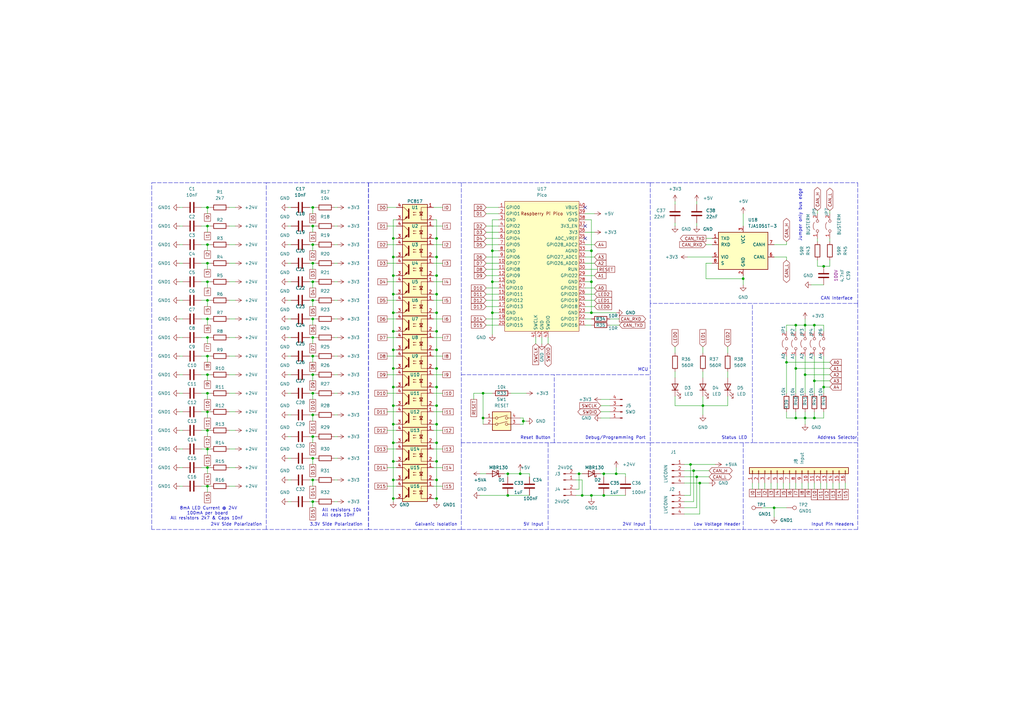
<source format=kicad_sch>
(kicad_sch (version 20211123) (generator eeschema)
  (paper "A3")
  (junction (at 161.29 128.27))
  (junction (at 252.73 194.31))
  (junction (at 161.29 173.99))
  (junction (at 128.27 196.85))
  (junction (at 285.75 195.58))
  (junction (at 330.2 133.35))
  (junction (at 179.07 158.75))
  (junction (at 85.09 153.67))
  (junction (at 326.39 133.35))
  (junction (at 334.01 133.35))
  (junction (at 179.07 120.65))
  (junction (at 198.12 161.29))
  (junction (at 161.29 113.03))
  (junction (at 179.07 204.47))
  (junction (at 179.07 181.61))
  (junction (at 242.57 102.87))
  (junction (at 247.65 203.2))
  (junction (at 179.07 151.13))
  (junction (at 161.29 196.85))
  (junction (at 238.76 203.2))
  (junction (at 284.48 193.04))
  (junction (at 287.02 198.12))
  (junction (at 237.49 194.31))
  (junction (at 201.93 115.57))
  (junction (at 128.27 179.07))
  (junction (at 85.09 107.95))
  (junction (at 85.09 130.81))
  (junction (at 326.39 151.13))
  (junction (at 128.27 130.81))
  (junction (at 161.29 105.41))
  (junction (at 85.09 123.19))
  (junction (at 317.5 208.28))
  (junction (at 288.29 166.37))
  (junction (at 128.27 170.18))
  (junction (at 85.09 199.39))
  (junction (at 179.07 173.99))
  (junction (at 330.2 153.67))
  (junction (at 161.29 158.75))
  (junction (at 161.29 204.47))
  (junction (at 179.07 128.27))
  (junction (at 179.07 143.51))
  (junction (at 85.09 138.43))
  (junction (at 179.07 135.89))
  (junction (at 214.63 172.72))
  (junction (at 161.29 189.23))
  (junction (at 179.07 189.23))
  (junction (at 283.21 190.5))
  (junction (at 85.09 85.09))
  (junction (at 161.29 151.13))
  (junction (at 322.58 148.59))
  (junction (at 179.07 97.79))
  (junction (at 128.27 161.29))
  (junction (at 85.09 92.71))
  (junction (at 161.29 166.37))
  (junction (at 128.27 115.57))
  (junction (at 247.65 194.31))
  (junction (at 85.09 100.33))
  (junction (at 85.09 115.57))
  (junction (at 334.01 171.45))
  (junction (at 128.27 146.05))
  (junction (at 161.29 120.65))
  (junction (at 242.57 128.27))
  (junction (at 161.29 135.89))
  (junction (at 326.39 171.45))
  (junction (at 128.27 100.33))
  (junction (at 85.09 176.53))
  (junction (at 128.27 85.09))
  (junction (at 201.93 102.87))
  (junction (at 208.28 194.31))
  (junction (at 85.09 146.05))
  (junction (at 242.57 115.57))
  (junction (at 334.01 156.21))
  (junction (at 179.07 113.03))
  (junction (at 179.07 196.85))
  (junction (at 179.07 166.37))
  (junction (at 242.57 203.2))
  (junction (at 213.36 194.31))
  (junction (at 85.09 191.77))
  (junction (at 128.27 92.71))
  (junction (at 208.28 203.2))
  (junction (at 330.2 171.45))
  (junction (at 304.8 114.3))
  (junction (at 198.12 171.45))
  (junction (at 337.82 158.75))
  (junction (at 161.29 181.61))
  (junction (at 128.27 107.95))
  (junction (at 128.27 205.74))
  (junction (at 128.27 138.43))
  (junction (at 161.29 97.79))
  (junction (at 201.93 128.27))
  (junction (at 161.29 143.51))
  (junction (at 128.27 187.96))
  (junction (at 85.09 161.29))
  (junction (at 128.27 123.19))
  (junction (at 337.82 109.22))
  (junction (at 85.09 184.15))
  (junction (at 128.27 153.67))
  (junction (at 179.07 105.41))
  (junction (at 85.09 168.91))
  (no_connect (at 240.03 97.79))
  (no_connect (at 240.03 92.71))
  (no_connect (at 240.03 85.09))
  (wire (pts (xy 118.11 146.05) (xy 119.38 146.05)))
  (wire (pts (xy 177.8 130.81) (xy 181.61 130.81)))
  (wire (pts (xy 240.03 102.87) (xy 242.57 102.87)))
  (wire (pts (xy 284.48 193.04) (xy 290.83 193.04)))
  (wire (pts (xy 280.67 193.04) (xy 284.48 193.04)))
  (wire (pts (xy 162.56 143.51) (xy 161.29 143.51)))
  (wire (pts (xy 128.27 123.19) (xy 128.27 125.73)))
  (wire (pts (xy 337.82 158.75) (xy 337.82 161.29)))
  (wire (pts (xy 137.16 115.57) (xy 138.43 115.57)))
  (wire (pts (xy 137.16 196.85) (xy 138.43 196.85)))
  (wire (pts (xy 82.55 168.91) (xy 85.09 168.91)))
  (polyline (pts (xy 151.13 74.93) (xy 151.13 217.17)))
  (wire (pts (xy 340.36 86.36) (xy 340.36 87.63)))
  (wire (pts (xy 73.66 92.71) (xy 74.93 92.71)))
  (wire (pts (xy 179.07 97.79) (xy 179.07 105.41)))
  (wire (pts (xy 127 138.43) (xy 128.27 138.43)))
  (wire (pts (xy 128.27 161.29) (xy 129.54 161.29)))
  (wire (pts (xy 236.22 203.2) (xy 238.76 203.2)))
  (wire (pts (xy 73.66 138.43) (xy 74.93 138.43)))
  (wire (pts (xy 158.75 130.81) (xy 162.56 130.81)))
  (wire (pts (xy 285.75 91.44) (xy 285.75 92.71)))
  (wire (pts (xy 128.27 115.57) (xy 128.27 118.11)))
  (wire (pts (xy 161.29 143.51) (xy 161.29 151.13)))
  (wire (pts (xy 128.27 100.33) (xy 129.54 100.33)))
  (wire (pts (xy 236.22 200.66) (xy 237.49 200.66)))
  (wire (pts (xy 128.27 115.57) (xy 129.54 115.57)))
  (wire (pts (xy 82.55 100.33) (xy 85.09 100.33)))
  (wire (pts (xy 93.98 168.91) (xy 96.52 168.91)))
  (wire (pts (xy 128.27 196.85) (xy 129.54 196.85)))
  (wire (pts (xy 323.85 200.66) (xy 323.85 198.12)))
  (wire (pts (xy 73.66 123.19) (xy 74.93 123.19)))
  (wire (pts (xy 250.19 133.35) (xy 254 133.35)))
  (wire (pts (xy 213.36 171.45) (xy 214.63 171.45)))
  (wire (pts (xy 199.39 120.65) (xy 204.47 120.65)))
  (polyline (pts (xy 151.13 74.93) (xy 189.23 74.93)))
  (wire (pts (xy 339.09 200.66) (xy 339.09 198.12)))
  (wire (pts (xy 214.63 172.72) (xy 215.9 172.72)))
  (wire (pts (xy 128.27 161.29) (xy 128.27 163.83)))
  (wire (pts (xy 209.55 161.29) (xy 215.9 161.29)))
  (polyline (pts (xy 109.22 217.17) (xy 109.22 74.93)))
  (wire (pts (xy 118.11 187.96) (xy 119.38 187.96)))
  (wire (pts (xy 276.86 152.4) (xy 276.86 154.94)))
  (wire (pts (xy 199.39 110.49) (xy 204.47 110.49)))
  (wire (pts (xy 162.56 166.37) (xy 161.29 166.37)))
  (wire (pts (xy 177.8 166.37) (xy 179.07 166.37)))
  (wire (pts (xy 82.55 85.09) (xy 85.09 85.09)))
  (wire (pts (xy 199.39 118.11) (xy 204.47 118.11)))
  (wire (pts (xy 177.8 92.71) (xy 181.61 92.71)))
  (wire (pts (xy 73.66 199.39) (xy 74.93 199.39)))
  (wire (pts (xy 93.98 191.77) (xy 96.52 191.77)))
  (wire (pts (xy 252.73 191.77) (xy 252.73 194.31)))
  (wire (pts (xy 322.58 171.45) (xy 326.39 171.45)))
  (wire (pts (xy 73.66 85.09) (xy 74.93 85.09)))
  (wire (pts (xy 73.66 153.67) (xy 74.93 153.67)))
  (wire (pts (xy 128.27 85.09) (xy 128.27 87.63)))
  (wire (pts (xy 298.45 152.4) (xy 298.45 154.94)))
  (wire (pts (xy 179.07 90.17) (xy 179.07 97.79)))
  (wire (pts (xy 128.27 179.07) (xy 128.27 181.61)))
  (polyline (pts (xy 189.23 74.93) (xy 189.23 153.67)))
  (wire (pts (xy 289.56 97.79) (xy 292.1 97.79)))
  (wire (pts (xy 196.85 203.2) (xy 208.28 203.2)))
  (wire (pts (xy 240.03 105.41) (xy 243.84 105.41)))
  (wire (pts (xy 240.03 130.81) (xy 242.57 130.81)))
  (wire (pts (xy 85.09 191.77) (xy 86.36 191.77)))
  (wire (pts (xy 334.01 133.35) (xy 337.82 133.35)))
  (wire (pts (xy 82.55 153.67) (xy 85.09 153.67)))
  (wire (pts (xy 337.82 109.22) (xy 340.36 109.22)))
  (polyline (pts (xy 266.7 74.93) (xy 266.7 124.46)))
  (wire (pts (xy 73.66 115.57) (xy 74.93 115.57)))
  (wire (pts (xy 85.09 115.57) (xy 86.36 115.57)))
  (wire (pts (xy 127 85.09) (xy 128.27 85.09)))
  (wire (pts (xy 177.8 196.85) (xy 179.07 196.85)))
  (polyline (pts (xy 266.7 217.17) (xy 266.7 215.9)))
  (wire (pts (xy 128.27 130.81) (xy 129.54 130.81)))
  (wire (pts (xy 311.15 200.66) (xy 311.15 198.12)))
  (wire (pts (xy 137.16 146.05) (xy 138.43 146.05)))
  (wire (pts (xy 177.8 135.89) (xy 179.07 135.89)))
  (wire (pts (xy 177.8 168.91) (xy 181.61 168.91)))
  (wire (pts (xy 73.66 176.53) (xy 74.93 176.53)))
  (wire (pts (xy 137.16 100.33) (xy 138.43 100.33)))
  (wire (pts (xy 199.39 97.79) (xy 204.47 97.79)))
  (wire (pts (xy 158.75 161.29) (xy 162.56 161.29)))
  (wire (pts (xy 246.38 171.45) (xy 250.19 171.45)))
  (wire (pts (xy 179.07 120.65) (xy 179.07 128.27)))
  (wire (pts (xy 179.07 173.99) (xy 179.07 181.61)))
  (wire (pts (xy 179.07 143.51) (xy 179.07 151.13)))
  (wire (pts (xy 93.98 184.15) (xy 96.52 184.15)))
  (wire (pts (xy 280.67 205.74) (xy 284.48 205.74)))
  (wire (pts (xy 276.86 82.55) (xy 276.86 83.82)))
  (wire (pts (xy 158.75 191.77) (xy 162.56 191.77)))
  (wire (pts (xy 128.27 130.81) (xy 128.27 133.35)))
  (wire (pts (xy 240.03 113.03) (xy 243.84 113.03)))
  (polyline (pts (xy 227.33 181.61) (xy 227.33 153.67)))
  (wire (pts (xy 158.75 85.09) (xy 162.56 85.09)))
  (wire (pts (xy 177.8 100.33) (xy 181.61 100.33)))
  (wire (pts (xy 280.67 195.58) (xy 285.75 195.58)))
  (wire (pts (xy 194.31 161.29) (xy 194.31 163.83)))
  (wire (pts (xy 85.09 130.81) (xy 85.09 133.35)))
  (wire (pts (xy 204.47 90.17) (xy 201.93 90.17)))
  (polyline (pts (xy 62.23 217.17) (xy 62.23 74.93)))
  (wire (pts (xy 208.28 194.31) (xy 208.28 195.58)))
  (wire (pts (xy 158.75 184.15) (xy 162.56 184.15)))
  (wire (pts (xy 128.27 107.95) (xy 128.27 110.49)))
  (wire (pts (xy 326.39 146.05) (xy 326.39 151.13)))
  (wire (pts (xy 199.39 113.03) (xy 204.47 113.03)))
  (wire (pts (xy 318.77 200.66) (xy 318.77 198.12)))
  (wire (pts (xy 177.8 120.65) (xy 179.07 120.65)))
  (wire (pts (xy 177.8 161.29) (xy 181.61 161.29)))
  (wire (pts (xy 85.09 100.33) (xy 85.09 102.87)))
  (wire (pts (xy 284.48 205.74) (xy 284.48 193.04)))
  (wire (pts (xy 93.98 176.53) (xy 96.52 176.53)))
  (wire (pts (xy 256.54 195.58) (xy 256.54 194.31)))
  (wire (pts (xy 85.09 138.43) (xy 85.09 140.97)))
  (wire (pts (xy 161.29 120.65) (xy 161.29 128.27)))
  (wire (pts (xy 326.39 133.35) (xy 330.2 133.35)))
  (polyline (pts (xy 266.7 74.93) (xy 351.79 74.93)))
  (polyline (pts (xy 189.23 181.61) (xy 189.23 217.17)))
  (wire (pts (xy 337.82 158.75) (xy 340.36 158.75)))
  (wire (pts (xy 161.29 196.85) (xy 161.29 204.47)))
  (wire (pts (xy 242.57 204.47) (xy 242.57 203.2)))
  (wire (pts (xy 177.8 105.41) (xy 179.07 105.41)))
  (wire (pts (xy 317.5 100.33) (xy 322.58 100.33)))
  (wire (pts (xy 199.39 100.33) (xy 204.47 100.33)))
  (wire (pts (xy 162.56 158.75) (xy 161.29 158.75)))
  (wire (pts (xy 85.09 184.15) (xy 85.09 186.69)))
  (wire (pts (xy 214.63 171.45) (xy 214.63 172.72)))
  (wire (pts (xy 85.09 100.33) (xy 86.36 100.33)))
  (wire (pts (xy 137.16 138.43) (xy 138.43 138.43)))
  (wire (pts (xy 201.93 102.87) (xy 204.47 102.87)))
  (wire (pts (xy 128.27 138.43) (xy 129.54 138.43)))
  (wire (pts (xy 337.82 171.45) (xy 334.01 171.45)))
  (wire (pts (xy 82.55 191.77) (xy 85.09 191.77)))
  (wire (pts (xy 288.29 162.56) (xy 288.29 166.37)))
  (wire (pts (xy 240.03 90.17) (xy 242.57 90.17)))
  (wire (pts (xy 162.56 135.89) (xy 161.29 135.89)))
  (wire (pts (xy 128.27 146.05) (xy 129.54 146.05)))
  (wire (pts (xy 127 196.85) (xy 128.27 196.85)))
  (wire (pts (xy 281.94 105.41) (xy 292.1 105.41)))
  (wire (pts (xy 127 130.81) (xy 128.27 130.81)))
  (wire (pts (xy 162.56 105.41) (xy 161.29 105.41)))
  (wire (pts (xy 337.82 116.84) (xy 332.74 116.84)))
  (wire (pts (xy 162.56 120.65) (xy 161.29 120.65)))
  (wire (pts (xy 128.27 146.05) (xy 128.27 148.59)))
  (wire (pts (xy 128.27 187.96) (xy 129.54 187.96)))
  (wire (pts (xy 158.75 123.19) (xy 162.56 123.19)))
  (wire (pts (xy 118.11 196.85) (xy 119.38 196.85)))
  (wire (pts (xy 162.56 181.61) (xy 161.29 181.61)))
  (wire (pts (xy 330.2 171.45) (xy 330.2 173.99)))
  (wire (pts (xy 82.55 146.05) (xy 85.09 146.05)))
  (wire (pts (xy 240.03 120.65) (xy 243.84 120.65)))
  (polyline (pts (xy 351.79 124.46) (xy 266.7 124.46)))
  (wire (pts (xy 137.16 179.07) (xy 138.43 179.07)))
  (wire (pts (xy 285.75 195.58) (xy 290.83 195.58)))
  (wire (pts (xy 252.73 194.31) (xy 247.65 194.31)))
  (wire (pts (xy 161.29 90.17) (xy 161.29 97.79)))
  (wire (pts (xy 287.02 198.12) (xy 290.83 198.12)))
  (polyline (pts (xy 266.7 74.93) (xy 189.23 74.93)))
  (wire (pts (xy 162.56 204.47) (xy 161.29 204.47)))
  (wire (pts (xy 158.75 100.33) (xy 162.56 100.33)))
  (wire (pts (xy 93.98 153.67) (xy 96.52 153.67)))
  (wire (pts (xy 240.03 123.19) (xy 243.84 123.19)))
  (wire (pts (xy 85.09 161.29) (xy 85.09 163.83)))
  (polyline (pts (xy 224.79 181.61) (xy 224.79 217.17)))
  (wire (pts (xy 118.11 115.57) (xy 119.38 115.57)))
  (wire (pts (xy 304.8 87.63) (xy 304.8 92.71)))
  (wire (pts (xy 179.07 135.89) (xy 179.07 143.51)))
  (wire (pts (xy 93.98 161.29) (xy 96.52 161.29)))
  (wire (pts (xy 118.11 92.71) (xy 119.38 92.71)))
  (wire (pts (xy 217.17 195.58) (xy 217.17 194.31)))
  (wire (pts (xy 285.75 82.55) (xy 285.75 83.82)))
  (wire (pts (xy 162.56 196.85) (xy 161.29 196.85)))
  (wire (pts (xy 177.8 199.39) (xy 181.61 199.39)))
  (wire (pts (xy 158.75 199.39) (xy 162.56 199.39)))
  (wire (pts (xy 177.8 181.61) (xy 179.07 181.61)))
  (wire (pts (xy 247.65 194.31) (xy 247.65 195.58)))
  (wire (pts (xy 199.39 125.73) (xy 204.47 125.73)))
  (wire (pts (xy 137.16 153.67) (xy 138.43 153.67)))
  (wire (pts (xy 128.27 153.67) (xy 129.54 153.67)))
  (wire (pts (xy 199.39 87.63) (xy 204.47 87.63)))
  (wire (pts (xy 137.16 123.19) (xy 138.43 123.19)))
  (wire (pts (xy 326.39 171.45) (xy 326.39 168.91)))
  (wire (pts (xy 127 100.33) (xy 128.27 100.33)))
  (wire (pts (xy 322.58 148.59) (xy 322.58 161.29)))
  (wire (pts (xy 219.71 138.43) (xy 219.71 140.97)))
  (wire (pts (xy 161.29 158.75) (xy 161.29 166.37)))
  (wire (pts (xy 335.28 106.68) (xy 335.28 109.22)))
  (wire (pts (xy 93.98 92.71) (xy 96.52 92.71)))
  (wire (pts (xy 250.19 130.81) (xy 254 130.81)))
  (wire (pts (xy 289.56 100.33) (xy 292.1 100.33)))
  (wire (pts (xy 85.09 168.91) (xy 86.36 168.91)))
  (wire (pts (xy 127 107.95) (xy 128.27 107.95)))
  (wire (pts (xy 276.86 166.37) (xy 288.29 166.37)))
  (wire (pts (xy 240.03 100.33) (xy 243.84 100.33)))
  (polyline (pts (xy 189.23 153.67) (xy 266.7 153.67)))
  (wire (pts (xy 177.8 158.75) (xy 179.07 158.75)))
  (wire (pts (xy 287.02 198.12) (xy 287.02 210.82)))
  (wire (pts (xy 292.1 107.95) (xy 289.56 107.95)))
  (wire (pts (xy 162.56 90.17) (xy 161.29 90.17)))
  (wire (pts (xy 322.58 146.05) (xy 322.58 148.59)))
  (wire (pts (xy 196.85 194.31) (xy 199.39 194.31)))
  (wire (pts (xy 330.2 130.81) (xy 330.2 133.35)))
  (wire (pts (xy 330.2 168.91) (xy 330.2 171.45)))
  (polyline (pts (xy 266.7 217.17) (xy 266.7 181.61)))
  (wire (pts (xy 242.57 128.27) (xy 252.73 128.27)))
  (wire (pts (xy 85.09 184.15) (xy 86.36 184.15)))
  (wire (pts (xy 73.66 168.91) (xy 74.93 168.91)))
  (wire (pts (xy 317.5 208.28) (xy 317.5 212.09)))
  (wire (pts (xy 246.38 194.31) (xy 247.65 194.31)))
  (wire (pts (xy 240.03 95.25) (xy 243.84 95.25)))
  (wire (pts (xy 158.75 176.53) (xy 162.56 176.53)))
  (wire (pts (xy 93.98 199.39) (xy 96.52 199.39)))
  (wire (pts (xy 322.58 105.41) (xy 322.58 106.68)))
  (wire (pts (xy 246.38 163.83) (xy 250.19 163.83)))
  (wire (pts (xy 308.61 200.66) (xy 308.61 198.12)))
  (wire (pts (xy 177.8 128.27) (xy 179.07 128.27)))
  (polyline (pts (xy 308.61 181.61) (xy 308.61 124.46)))
  (wire (pts (xy 322.58 133.35) (xy 326.39 133.35)))
  (wire (pts (xy 304.8 114.3) (xy 304.8 116.84)))
  (wire (pts (xy 331.47 200.66) (xy 331.47 198.12)))
  (wire (pts (xy 118.11 161.29) (xy 119.38 161.29)))
  (wire (pts (xy 82.55 176.53) (xy 85.09 176.53)))
  (wire (pts (xy 283.21 190.5) (xy 293.37 190.5)))
  (wire (pts (xy 276.86 166.37) (xy 276.86 162.56)))
  (wire (pts (xy 127 161.29) (xy 128.27 161.29)))
  (wire (pts (xy 127 153.67) (xy 128.27 153.67)))
  (wire (pts (xy 252.73 194.31) (xy 256.54 194.31)))
  (wire (pts (xy 85.09 146.05) (xy 85.09 148.59)))
  (wire (pts (xy 240.03 125.73) (xy 243.84 125.73)))
  (polyline (pts (xy 189.23 181.61) (xy 189.23 153.67)))
  (wire (pts (xy 118.11 179.07) (xy 119.38 179.07)))
  (wire (pts (xy 298.45 162.56) (xy 298.45 166.37)))
  (wire (pts (xy 85.09 176.53) (xy 86.36 176.53)))
  (polyline (pts (xy 109.22 217.17) (xy 62.23 217.17)))
  (wire (pts (xy 85.09 138.43) (xy 86.36 138.43)))
  (wire (pts (xy 118.11 205.74) (xy 119.38 205.74)))
  (wire (pts (xy 247.65 203.2) (xy 256.54 203.2)))
  (wire (pts (xy 85.09 115.57) (xy 85.09 118.11)))
  (wire (pts (xy 334.01 168.91) (xy 334.01 171.45)))
  (wire (pts (xy 82.55 123.19) (xy 85.09 123.19)))
  (polyline (pts (xy 351.79 181.61) (xy 351.79 217.17)))
  (wire (pts (xy 322.58 148.59) (xy 340.36 148.59)))
  (polyline (pts (xy 351.79 217.17) (xy 266.7 217.17)))
  (wire (pts (xy 207.01 194.31) (xy 208.28 194.31)))
  (wire (pts (xy 240.03 110.49) (xy 245.11 110.49)))
  (wire (pts (xy 240.03 87.63) (xy 243.84 87.63)))
  (wire (pts (xy 326.39 133.35) (xy 326.39 135.89)))
  (wire (pts (xy 240.03 128.27) (xy 242.57 128.27)))
  (wire (pts (xy 340.36 109.22) (xy 340.36 106.68)))
  (wire (pts (xy 242.57 90.17) (xy 242.57 102.87)))
  (wire (pts (xy 93.98 130.81) (xy 96.52 130.81)))
  (wire (pts (xy 128.27 100.33) (xy 128.27 102.87)))
  (wire (pts (xy 334.01 146.05) (xy 334.01 156.21)))
  (wire (pts (xy 128.27 205.74) (xy 129.54 205.74)))
  (polyline (pts (xy 109.22 74.93) (xy 151.13 74.93)))
  (wire (pts (xy 137.16 187.96) (xy 138.43 187.96)))
  (wire (pts (xy 201.93 90.17) (xy 201.93 102.87)))
  (wire (pts (xy 82.55 199.39) (xy 85.09 199.39)))
  (wire (pts (xy 280.67 198.12) (xy 287.02 198.12)))
  (wire (pts (xy 317.5 105.41) (xy 322.58 105.41)))
  (wire (pts (xy 85.09 85.09) (xy 85.09 87.63)))
  (wire (pts (xy 177.8 115.57) (xy 181.61 115.57)))
  (polyline (pts (xy 189.23 217.17) (xy 266.7 217.17)))
  (wire (pts (xy 82.55 161.29) (xy 85.09 161.29)))
  (wire (pts (xy 85.09 123.19) (xy 85.09 125.73)))
  (wire (pts (xy 85.09 153.67) (xy 85.09 156.21)))
  (wire (pts (xy 283.21 190.5) (xy 280.67 190.5)))
  (wire (pts (xy 204.47 128.27) (xy 201.93 128.27)))
  (wire (pts (xy 240.03 118.11) (xy 243.84 118.11)))
  (wire (pts (xy 82.55 130.81) (xy 85.09 130.81)))
  (wire (pts (xy 161.29 166.37) (xy 161.29 173.99)))
  (wire (pts (xy 288.29 152.4) (xy 288.29 154.94)))
  (wire (pts (xy 161.29 189.23) (xy 161.29 196.85)))
  (wire (pts (xy 312.42 208.28) (xy 317.5 208.28)))
  (wire (pts (xy 158.75 146.05) (xy 162.56 146.05)))
  (wire (pts (xy 128.27 92.71) (xy 128.27 95.25)))
  (wire (pts (xy 127 205.74) (xy 128.27 205.74)))
  (wire (pts (xy 276.86 91.44) (xy 276.86 92.71)))
  (wire (pts (xy 201.93 128.27) (xy 201.93 137.16)))
  (wire (pts (xy 177.8 153.67) (xy 181.61 153.67)))
  (wire (pts (xy 128.27 153.67) (xy 128.27 156.21)))
  (wire (pts (xy 82.55 184.15) (xy 85.09 184.15)))
  (wire (pts (xy 240.03 133.35) (xy 242.57 133.35)))
  (wire (pts (xy 161.29 204.47) (xy 161.29 205.74)))
  (wire (pts (xy 238.76 196.85) (xy 238.76 203.2)))
  (wire (pts (xy 161.29 113.03) (xy 161.29 120.65)))
  (wire (pts (xy 118.11 123.19) (xy 119.38 123.19)))
  (wire (pts (xy 118.11 130.81) (xy 119.38 130.81)))
  (wire (pts (xy 330.2 171.45) (xy 326.39 171.45)))
  (wire (pts (xy 128.27 179.07) (xy 129.54 179.07)))
  (wire (pts (xy 335.28 97.79) (xy 335.28 99.06)))
  (wire (pts (xy 237.49 194.31) (xy 237.49 200.66)))
  (wire (pts (xy 341.63 200.66) (xy 341.63 198.12)))
  (wire (pts (xy 179.07 181.61) (xy 179.07 189.23)))
  (wire (pts (xy 179.07 105.41) (xy 179.07 113.03)))
  (wire (pts (xy 161.29 181.61) (xy 161.29 189.23)))
  (wire (pts (xy 344.17 200.66) (xy 344.17 198.12)))
  (wire (pts (xy 334.01 133.35) (xy 330.2 133.35)))
  (wire (pts (xy 288.29 166.37) (xy 288.29 170.18)))
  (wire (pts (xy 93.98 85.09) (xy 96.52 85.09)))
  (wire (pts (xy 280.67 208.28) (xy 285.75 208.28)))
  (wire (pts (xy 201.93 102.87) (xy 201.93 115.57)))
  (wire (pts (xy 336.55 200.66) (xy 336.55 198.12)))
  (wire (pts (xy 330.2 153.67) (xy 340.36 153.67)))
  (wire (pts (xy 85.09 168.91) (xy 85.09 171.45)))
  (wire (pts (xy 177.8 113.03) (xy 179.07 113.03)))
  (wire (pts (xy 85.09 92.71) (xy 86.36 92.71)))
  (wire (pts (xy 316.23 200.66) (xy 316.23 198.12)))
  (wire (pts (xy 199.39 107.95) (xy 204.47 107.95)))
  (wire (pts (xy 201.93 115.57) (xy 204.47 115.57)))
  (wire (pts (xy 177.8 191.77) (xy 181.61 191.77)))
  (wire (pts (xy 93.98 138.43) (xy 96.52 138.43)))
  (wire (pts (xy 289.56 114.3) (xy 304.8 114.3)))
  (wire (pts (xy 127 92.71) (xy 128.27 92.71)))
  (wire (pts (xy 127 146.05) (xy 128.27 146.05)))
  (wire (pts (xy 242.57 115.57) (xy 242.57 128.27)))
  (wire (pts (xy 179.07 151.13) (xy 179.07 158.75)))
  (wire (pts (xy 199.39 92.71) (xy 204.47 92.71)))
  (wire (pts (xy 118.11 170.18) (xy 119.38 170.18)))
  (wire (pts (xy 326.39 151.13) (xy 326.39 161.29)))
  (wire (pts (xy 298.45 142.24) (xy 298.45 144.78)))
  (wire (pts (xy 280.67 203.2) (xy 283.21 203.2)))
  (wire (pts (xy 128.27 205.74) (xy 128.27 208.28)))
  (wire (pts (xy 137.16 107.95) (xy 138.43 107.95)))
  (wire (pts (xy 326.39 200.66) (xy 326.39 198.12)))
  (wire (pts (xy 330.2 146.05) (xy 330.2 153.67)))
  (wire (pts (xy 276.86 142.24) (xy 276.86 144.78)))
  (wire (pts (xy 321.31 200.66) (xy 321.31 198.12)))
  (wire (pts (xy 85.09 123.19) (xy 86.36 123.19)))
  (wire (pts (xy 73.66 107.95) (xy 74.93 107.95)))
  (wire (pts (xy 289.56 107.95) (xy 289.56 114.3)))
  (wire (pts (xy 128.27 170.18) (xy 129.54 170.18)))
  (wire (pts (xy 128.27 196.85) (xy 128.27 199.39)))
  (wire (pts (xy 242.57 203.2) (xy 247.65 203.2)))
  (wire (pts (xy 334.01 135.89) (xy 334.01 133.35)))
  (wire (pts (xy 161.29 97.79) (xy 162.56 97.79)))
  (wire (pts (xy 213.36 194.31) (xy 217.17 194.31)))
  (polyline (pts (xy 189.23 217.17) (xy 151.13 217.17)))
  (wire (pts (xy 82.55 92.71) (xy 85.09 92.71)))
  (polyline (pts (xy 151.13 74.93) (xy 151.13 217.17)))
  (polyline (pts (xy 62.23 74.93) (xy 109.22 74.93)))
  (wire (pts (xy 85.09 92.71) (xy 85.09 95.25)))
  (wire (pts (xy 93.98 100.33) (xy 96.52 100.33)))
  (wire (pts (xy 283.21 203.2) (xy 283.21 190.5)))
  (wire (pts (xy 322.58 168.91) (xy 322.58 171.45)))
  (wire (pts (xy 199.39 123.19) (xy 204.47 123.19)))
  (wire (pts (xy 82.55 107.95) (xy 85.09 107.95)))
  (wire (pts (xy 304.8 113.03) (xy 304.8 114.3)))
  (wire (pts (xy 236.22 196.85) (xy 238.76 196.85)))
  (wire (pts (xy 82.55 138.43) (xy 85.09 138.43)))
  (wire (pts (xy 177.8 151.13) (xy 179.07 151.13)))
  (wire (pts (xy 118.11 85.09) (xy 119.38 85.09)))
  (wire (pts (xy 73.66 100.33) (xy 74.93 100.33)))
  (wire (pts (xy 288.29 142.24) (xy 288.29 144.78)))
  (wire (pts (xy 177.8 107.95) (xy 181.61 107.95)))
  (wire (pts (xy 128.27 92.71) (xy 129.54 92.71)))
  (wire (pts (xy 179.07 196.85) (xy 179.07 204.47)))
  (wire (pts (xy 93.98 123.19) (xy 96.52 123.19)))
  (wire (pts (xy 85.09 130.81) (xy 86.36 130.81)))
  (wire (pts (xy 328.93 200.66) (xy 328.93 198.12)))
  (wire (pts (xy 313.69 200.66) (xy 313.69 198.12)))
  (wire (pts (xy 334.01 156.21) (xy 340.36 156.21)))
  (wire (pts (xy 177.8 146.05) (xy 181.61 146.05)))
  (wire (pts (xy 199.39 105.41) (xy 204.47 105.41)))
  (wire (pts (xy 93.98 107.95) (xy 96.52 107.95)))
  (wire (pts (xy 340.36 97.79) (xy 340.36 99.06)))
  (wire (pts (xy 285.75 208.28) (xy 285.75 195.58)))
  (wire (pts (xy 236.22 194.31) (xy 237.49 194.31)))
  (polyline (pts (xy 266.7 181.61) (xy 227.33 181.61)))
  (wire (pts (xy 128.27 123.19) (xy 129.54 123.19)))
  (wire (pts (xy 127 115.57) (xy 128.27 115.57)))
  (polyline (pts (xy 227.33 181.61) (xy 189.23 181.61)))
  (wire (pts (xy 177.8 184.15) (xy 181.61 184.15)))
  (wire (pts (xy 127 187.96) (xy 128.27 187.96)))
  (wire (pts (xy 337.82 146.05) (xy 337.82 158.75)))
  (wire (pts (xy 127 179.07) (xy 128.27 179.07)))
  (wire (pts (xy 161.29 151.13) (xy 161.29 158.75)))
  (wire (pts (xy 161.29 128.27) (xy 161.29 135.89)))
  (wire (pts (xy 85.09 191.77) (xy 85.09 194.31)))
  (wire (pts (xy 322.58 135.89) (xy 322.58 133.35)))
  (wire (pts (xy 158.75 153.67) (xy 162.56 153.67)))
  (wire (pts (xy 118.11 100.33) (xy 119.38 100.33)))
  (wire (pts (xy 162.56 128.27) (xy 161.29 128.27)))
  (wire (pts (xy 85.09 107.95) (xy 85.09 110.49)))
  (wire (pts (xy 93.98 115.57) (xy 96.52 115.57)))
  (wire (pts (xy 162.56 151.13) (xy 161.29 151.13)))
  (wire (pts (xy 330.2 133.35) (xy 330.2 135.89)))
  (wire (pts (xy 242.57 102.87) (xy 242.57 115.57)))
  (wire (pts (xy 118.11 107.95) (xy 119.38 107.95)))
  (wire (pts (xy 177.8 90.17) (xy 179.07 90.17)))
  (polyline (pts (xy 351.79 124.46) (xy 351.79 181.61)))
  (wire (pts (xy 73.66 191.77) (xy 74.93 191.77)))
  (wire (pts (xy 288.29 166.37) (xy 298.45 166.37)))
  (wire (pts (xy 85.09 176.53) (xy 85.09 179.07)))
  (wire (pts (xy 208.28 203.2) (xy 217.17 203.2)))
  (wire (pts (xy 222.25 138.43) (xy 222.25 140.97)))
  (wire (pts (xy 161.29 97.79) (xy 161.29 105.41)))
  (wire (pts (xy 162.56 113.03) (xy 161.29 113.03)))
  (wire (pts (xy 128.27 85.09) (xy 129.54 85.09)))
  (wire (pts (xy 177.8 173.99) (xy 179.07 173.99)))
  (wire (pts (xy 82.55 115.57) (xy 85.09 115.57)))
  (wire (pts (xy 237.49 194.31) (xy 238.76 194.31)))
  (wire (pts (xy 199.39 95.25) (xy 204.47 95.25)))
  (wire (pts (xy 213.36 193.04) (xy 213.36 194.31)))
  (wire (pts (xy 317.5 208.28) (xy 322.58 208.28)))
  (wire (pts (xy 158.75 138.43) (xy 162.56 138.43)))
  (wire (pts (xy 179.07 204.47) (xy 179.07 205.74)))
  (wire (pts (xy 177.8 176.53) (xy 181.61 176.53)))
  (wire (pts (xy 177.8 189.23) (xy 179.07 189.23)))
  (wire (pts (xy 198.12 171.45) (xy 198.12 173.99)))
  (wire (pts (xy 137.16 85.09) (xy 138.43 85.09)))
  (wire (pts (xy 127 123.19) (xy 128.27 123.19)))
  (wire (pts (xy 85.09 153.67) (xy 86.36 153.67)))
  (wire (pts (xy 201.93 128.27) (xy 201.93 115.57)))
  (wire (pts (xy 73.66 184.15) (xy 74.93 184.15)))
  (polyline (pts (xy 266.7 181.61) (xy 308.61 181.61)))
  (wire (pts (xy 214.63 173.99) (xy 214.63 172.72)))
  (wire (pts (xy 330.2 153.67) (xy 330.2 161.29)))
  (wire (pts (xy 118.11 138.43) (xy 119.38 138.43)))
  (wire (pts (xy 179.07 128.27) (xy 179.07 135.89)))
  (wire (pts (xy 137.16 92.71) (xy 138.43 92.71)))
  (wire (pts (xy 158.75 107.95) (xy 162.56 107.95)))
  (wire (pts (xy 337.82 135.89) (xy 337.82 133.35)))
  (wire (pts (xy 177.8 85.09) (xy 181.61 85.09)))
  (wire (pts (xy 158.75 115.57) (xy 162.56 115.57)))
  (wire (pts (xy 326.39 151.13) (xy 340.36 151.13)))
  (wire (pts (xy 161.29 113.03) (xy 161.29 105.41)))
  (wire (pts (xy 240.03 115.57) (xy 242.57 115.57)))
  (wire (pts (xy 162.56 173.99) (xy 161.29 173.99)))
  (wire (pts (xy 158.75 168.91) (xy 162.56 168.91)))
  (wire (pts (xy 334.01 156.21) (xy 334.01 161.29)))
  (polyline (pts (xy 304.8 181.61) (xy 304.8 217.17)))
  (wire (pts (xy 242.57 203.2) (xy 238.76 203.2)))
  (wire (pts (xy 246.38 168.91) (xy 250.19 168.91)))
  (wire (pts (xy 246.38 166.37) (xy 250.19 166.37)))
  (wire (pts (xy 73.66 130.81) (xy 74.93 130.81)))
  (wire (pts (xy 177.8 97.79) (xy 179.07 97.79)))
  (wire (pts (xy 128.27 107.95) (xy 129.54 107.95)))
  (wire (pts (xy 85.09 146.05) (xy 86.36 146.05)))
  (wire (pts (xy 137.16 170.18) (xy 138.43 170.18)))
  (polyline (pts (xy 151.13 217.17) (xy 109.22 217.17)))
  (wire (pts (xy 199.39 133.35) (xy 204.47 133.35)))
  (wire (pts (xy 179.07 166.37) (xy 179.07 173.99)))
  (wire (pts (xy 334.01 171.45) (xy 330.2 171.45)))
  (wire (pts (xy 194.31 161.29) (xy 198.12 161.29)))
  (wire (pts (xy 198.12 161.29) (xy 201.93 161.29)))
  (wire (pts (xy 73.66 146.05) (xy 74.93 146.05)))
  (wire (pts (xy 158.75 92.71) (xy 162.56 92.71)))
  (wire (pts (xy 177.8 204.47) (xy 179.07 204.47)))
  (wire (pts (xy 128.27 138.43) (xy 128.27 140.97)))
  (wire (pts (xy 199.39 130.81) (xy 204.47 130.81)))
  (wire (pts (xy 93.98 146.05) (xy 96.52 146.05)))
  (wire (pts (xy 137.16 130.81) (xy 138.43 130.81)))
  (wire (pts (xy 177.8 138.43) (xy 181.61 138.43)))
  (wire (pts (xy 162.56 189.23) (xy 161.29 189.23)))
  (wire (pts (xy 322.58 99.06) (xy 322.58 100.33)))
  (wire (pts (xy 240.03 107.95) (xy 243.84 107.95)))
  (wire (pts (xy 85.09 85.09) (xy 86.36 85.09)))
  (wire (pts (xy 85.09 107.95) (xy 86.36 107.95)))
  (wire (pts (xy 213.36 194.31) (xy 208.28 194.31)))
  (polyline (pts (xy 266.7 124.46) (xy 266.7 181.61)))
  (wire (pts (xy 337.82 168.91) (xy 337.82 171.45)))
  (wire (pts (xy 179.07 113.03) (xy 179.07 120.65)))
  (wire (pts (xy 128.27 170.18) (xy 128.27 172.72)))
  (wire (pts (xy 335.28 86.36) (xy 335.28 87.63)))
  (wire (pts (xy 199.39 85.09) (xy 204.47 85.09)))
  (wire (pts (xy 85.09 199.39) (xy 86.36 199.39)))
  (wire (pts (xy 128.27 187.96) (xy 128.27 190.5)))
  (wire (pts (xy 127 170.18) (xy 128.27 170.18)))
  (polyline (pts (xy 351.79 74.93) (xy 351.79 124.46)))
  (wire (pts (xy 280.67 210.82) (xy 287.02 210.82)))
  (wire (pts (xy 346.71 200.66) (xy 346.71 198.12)))
  (wire (pts (xy 334.01 200.66) (xy 334.01 198.12)))
  (wire (pts (xy 177.8 143.51) (xy 179.07 143.51)))
  (wire (pts (xy 198.12 161.29) (xy 198.12 171.45)))
  (wire (pts (xy 179.07 158.75) (xy 179.07 166.37)))
  (wire (pts (xy 161.29 135.89) (xy 161.29 143.51)))
  (wire (pts (xy 85.09 199.39) (xy 85.09 201.93)))
  (wire (pts (xy 177.8 123.19) (xy 181.61 123.19)))
  (wire (pts (xy 137.16 161.29) (xy 138.43 161.29)))
  (polyline (pts (xy 351.79 181.61) (xy 308.61 181.61)))
  (wire (pts (xy 335.28 109.22) (xy 337.82 109.22)))
  (wire (pts (xy 179.07 189.23) (xy 179.07 196.85)))
  (wire (pts (xy 118.11 153.67) (xy 119.38 153.67)))
  (wire (pts (xy 73.66 161.29) (xy 74.93 161.29)))
  (wire (pts (xy 85.09 161.29) (xy 86.36 161.29)))
  (wire (pts (xy 224.79 138.43) (xy 224.79 140.97)))
  (wire (pts (xy 161.29 173.99) (xy 161.29 181.61)))
  (wire (pts (xy 137.16 205.74) (xy 138.43 205.74)))
  (wire (pts (xy 213.36 173.99) (xy 214.63 173.99)))
  (text "    8mA LED Current @ 24V\n       100mA per board\nAll resistors 2k7 & Caps 10nF" (at 69.85 213.36 0) (effects (font (size 1.27 1.27)) (justify left bottom)))
  (text "Galvanic Isolation" (at 170.18 215.9 0) (effects (font (size 1.27 1.27)) (justify left bottom)))
  (text "5V Input" (at 214.63 215.9 0) (effects (font (size 1.27 1.27)) (justify left bottom)))
  (text "Low Voltage Header" (at 284.48 215.9 0) (effects (font (size 1.27 1.27)) (justify left bottom)))
  (text "Jumper only bus edge" (at 328.93 99.06 90) (effects (font (size 1.27 1.27)) (justify left bottom)))
  (text "Debug/Programming Port" (at 240.03 180.34 0) (effects (font (size 1.27 1.27)) (justify left bottom)))
  (text "Input Pin Headers" (at 332.74 215.9 0) (effects (font (size 1.27 1.27)) (justify left bottom)))
  (text "CAN Interface" (at 336.55 123.19 0) (effects (font (size 1.27 1.27)) (justify left bottom)))
  (text "3.3V Side Polarization" (at 127 215.9 0) (effects (font (size 1.27 1.27)) (justify left bottom)))
  (text "Reset Button" (at 213.36 180.34 0) (effects (font (size 1.27 1.27)) (justify left bottom)))
  (text "MCU" (at 261.62 152.4 0) (effects (font (size 1.27 1.27)) (justify left bottom)))
  (text "Address Selector" (at 335.28 180.34 0) (effects (font (size 1.27 1.27)) (justify left bottom)))
  (text "All resistors 10k\nAll caps 10nF" (at 132.08 212.09 0) (effects (font (size 1.27 1.27)) (justify left bottom)))
  (text "24V Input" (at 255.27 215.9 0) (effects (font (size 1.27 1.27)) (justify left bottom)))
  (text "24V Side Polarization" (at 86.36 215.9 0) (effects (font (size 1.27 1.27)) (justify left bottom)))
  (text "Status LED" (at 295.91 180.34 0) (effects (font (size 1.27 1.27)) (justify left bottom)))
  (global_label "I11" (shape passive) (at 181.61 168.91 0) (property "Referências entre as folhas" "${INTERSHEET_REFS}" (effects hide)))
  (global_label "CAN_RXD" (shape output) (at 254 130.81 0) (property "Referências entre as folhas" "${INTERSHEET_REFS}" (effects hide)))
  (global_label "D14" (shape passive) (at 128.27 199.39 270) (property "Referências entre as folhas" "${INTERSHEET_REFS}" (effects hide)))
  (global_label "CAN_L" (shape bidirectional) (at 290.83 195.58 0) (property "Referências entre as folhas" "${INTERSHEET_REFS}" (effects hide)))
  (global_label "D11" (shape passive) (at 158.75 168.91 180) (property "Referências entre as folhas" "${INTERSHEET_REFS}" (effects hide)))
  (global_label "D13" (shape passive) (at 158.75 184.15 180) (property "Referências entre as folhas" "${INTERSHEET_REFS}" (effects hide)))
  (global_label "I10" (shape passive) (at 334.01 200.66 270) (property "Referências entre as folhas" "${INTERSHEET_REFS}" (effects hide)))
  (global_label "D3" (shape passive) (at 128.27 110.49 270) (property "Referências entre as folhas" "${INTERSHEET_REFS}" (effects hide)))
  (global_label "I0" (shape passive) (at 308.61 200.66 270) (property "Referências entre as folhas" "${INTERSHEET_REFS}" (effects hide)))
  (global_label "A4" (shape input) (at 243.84 100.33 0) (property "Referências entre as folhas" "${INTERSHEET_REFS}" (effects hide)))
  (global_label "I10" (shape passive) (at 181.61 161.29 0) (property "Referências entre as folhas" "${INTERSHEET_REFS}" (effects hide)))
  (global_label "I12" (shape passive) (at 339.09 200.66 270) (property "Referências entre as folhas" "${INTERSHEET_REFS}" (effects hide)))
  (global_label "A2" (shape input) (at 243.84 107.95 0) (property "Referências entre as folhas" "${INTERSHEET_REFS}" (effects hide)))
  (global_label "D15" (shape passive) (at 128.27 208.28 270) (property "Referências entre as folhas" "${INTERSHEET_REFS}" (effects hide)))
  (global_label "D0" (shape passive) (at 158.75 85.09 180) (property "Referências entre as folhas" "${INTERSHEET_REFS}" (effects hide)))
  (global_label "I0" (shape passive) (at 181.61 85.09 0) (property "Referências entre as folhas" "${INTERSHEET_REFS}" (effects hide)))
  (global_label "I3" (shape passive) (at 85.09 110.49 270) (property "Referências entre as folhas" "${INTERSHEET_REFS}" (effects hide)))
  (global_label "I11" (shape passive) (at 336.55 200.66 270) (property "Referências entre as folhas" "${INTERSHEET_REFS}" (effects hide)))
  (global_label "LED2" (shape input) (at 298.45 142.24 90) (property "Referências entre as folhas" "${INTERSHEET_REFS}" (effects hide)))
  (global_label "I8" (shape passive) (at 85.09 148.59 270) (property "Referências entre as folhas" "${INTERSHEET_REFS}" (effects hide)))
  (global_label "D6" (shape input) (at 199.39 105.41 180) (property "Referências entre as folhas" "${INTERSHEET_REFS}" (effects hide)))
  (global_label "LED0" (shape input) (at 276.86 142.24 90) (property "Referências entre as folhas" "${INTERSHEET_REFS}" (effects hide)))
  (global_label "CAN_TXD" (shape output) (at 289.56 97.79 180) (property "Referências entre as folhas" "${INTERSHEET_REFS}" (effects hide)))
  (global_label "LED0" (shape input) (at 243.84 125.73 0) (property "Referências entre as folhas" "${INTERSHEET_REFS}" (effects hide)))
  (global_label "I14" (shape passive) (at 85.09 194.31 270) (property "Referências entre as folhas" "${INTERSHEET_REFS}" (effects hide)))
  (global_label "D7" (shape passive) (at 158.75 138.43 180) (property "Referências entre as folhas" "${INTERSHEET_REFS}" (effects hide)))
  (global_label "RESET" (shape passive) (at 194.31 163.83 270) (property "Referências entre as folhas" "${INTERSHEET_REFS}" (effects hide)))
  (global_label "D9" (shape input) (at 199.39 113.03 180) (property "Referências entre as folhas" "${INTERSHEET_REFS}" (effects hide)))
  (global_label "CAN_L" (shape bidirectional) (at 322.58 106.68 270) (property "Referências entre as folhas" "${INTERSHEET_REFS}" (effects hide)))
  (global_label "I5" (shape passive) (at 181.61 123.19 0) (property "Referências entre as folhas" "${INTERSHEET_REFS}" (effects hide)))
  (global_label "A0" (shape input) (at 243.84 118.11 0) (property "Referências entre as folhas" "${INTERSHEET_REFS}" (effects hide)))
  (global_label "SWCLK" (shape input) (at 219.71 140.97 270) (property "Referências entre as folhas" "${INTERSHEET_REFS}" (effects hide)))
  (global_label "D2" (shape input) (at 199.39 92.71 180) (property "Referências entre as folhas" "${INTERSHEET_REFS}" (effects hide)))
  (global_label "I10" (shape passive) (at 85.09 163.83 270) (property "Referências entre as folhas" "${INTERSHEET_REFS}" (effects hide)))
  (global_label "I6" (shape passive) (at 85.09 133.35 270) (property "Referências entre as folhas" "${INTERSHEET_REFS}" (effects hide)))
  (global_label "D3" (shape passive) (at 158.75 107.95 180) (property "Referências entre as folhas" "${INTERSHEET_REFS}" (effects hide)))
  (global_label "CAN_TXD" (shape input) (at 254 133.35 0) (property "Referências entre as folhas" "${INTERSHEET_REFS}" (effects hide)))
  (global_label "I9" (shape passive) (at 181.61 153.67 0) (property "Referências entre as folhas" "${INTERSHEET_REFS}" (effects hide)))
  (global_label "CAN_H" (shape bidirectional) (at 290.83 193.04 0) (property "Referências entre as folhas" "${INTERSHEET_REFS}" (effects hide)))
  (global_label "RESET" (shape passive) (at 245.11 110.49 0) (property "Referências entre as folhas" "${INTERSHEET_REFS}" (effects hide)))
  (global_label "I12" (shape passive) (at 85.09 179.07 270) (property "Referências entre as folhas" "${INTERSHEET_REFS}" (effects hide)))
  (global_label "SWDIO" (shape bidirectional) (at 246.38 168.91 180) (property "Referências entre as folhas" "${INTERSHEET_REFS}" (effects hide)))
  (global_label "D4" (shape input) (at 199.39 97.79 180) (property "Referências entre as folhas" "${INTERSHEET_REFS}" (effects hide)))
  (global_label "D2" (shape passive) (at 158.75 100.33 180) (property "Referências entre as folhas" "${INTERSHEET_REFS}" (effects hide)))
  (global_label "I3" (shape passive) (at 316.23 200.66 270) (property "Referências entre as folhas" "${INTERSHEET_REFS}" (effects hide)))
  (global_label "I15" (shape passive) (at 346.71 200.66 270) (property "Referências entre as folhas" "${INTERSHEET_REFS}" (effects hide)))
  (global_label "D0" (shape input) (at 199.39 85.09 180) (property "Referências entre as folhas" "${INTERSHEET_REFS}" (effects hide)))
  (global_label "A4" (shape input) (at 340.36 158.75 0) (property "Referências entre as folhas" "${INTERSHEET_REFS}" (effects hide)))
  (global_label "D6" (shape passive) (at 158.75 130.81 180) (property "Referências entre as folhas" "${INTERSHEET_REFS}" (effects hide)))
  (global_label "LED2" (shape input) (at 243.84 120.65 0) (property "Referências entre as folhas" "${INTERSHEET_REFS}" (effects hide)))
  (global_label "D12" (shape passive) (at 128.27 181.61 270) (property "Referências entre as folhas" "${INTERSHEET_REFS}" (effects hide)))
  (global_label "D2" (shape passive) (at 128.27 102.87 270) (property "Referências entre as folhas" "${INTERSHEET_REFS}" (effects hide)))
  (global_label "D6" (shape passive) (at 128.27 133.35 270) (property "Referências entre as folhas" "${INTERSHEET_REFS}" (effects hide)))
  (global_label "A3" (shape input) (at 340.36 156.21 0) (property "Referências entre as folhas" "${INTERSHEET_REFS}" (effects hide)))
  (global_label "I4" (shape passive) (at 85.09 118.11 270) (property "Referências entre as folhas" "${INTERSHEET_REFS}" (effects hide)))
  (global_label "I14" (shape passive) (at 181.61 191.77 0) (property "Referências entre as folhas" "${INTERSHEET_REFS}" (effects hide)))
  (global_label "D8" (shape passive) (at 128.27 148.59 270) (property "Referências entre as folhas" "${INTERSHEET_REFS}" (effects hide)))
  (global_label "I1" (shape passive) (at 85.09 95.25 270) (property "Referências entre as folhas" "${INTERSHEET_REFS}" (effects hide)))
  (global_label "D11" (shape input) (at 199.39 120.65 180) (property "Referências entre as folhas" "${INTERSHEET_REFS}" (effects hide)))
  (global_label "CAN_H" (shape bidirectional) (at 335.28 86.36 90) (property "Referências entre as folhas" "${INTERSHEET_REFS}" (effects hide)))
  (global_label "D8" (shape passive) (at 158.75 146.05 180) (property "Referências entre as folhas" "${INTERSHEET_REFS}" (effects hide)))
  (global_label "I13" (shape passive) (at 341.63 200.66 270) (property "Referências entre as folhas" "${INTERSHEET_REFS}" (effects hide)))
  (global_label "I6" (shape passive) (at 323.85 200.66 270) (property "Referências entre as folhas" "${INTERSHEET_REFS}" (effects hide)))
  (global_label "LED1" (shape input) (at 243.84 123.19 0) (property "Referências entre as folhas" "${INTERSHEET_REFS}" (effects hide)))
  (global_label "D12" (shape passive) (at 158.75 176.53 180) (property "Referências entre as folhas" "${INTERSHEET_REFS}" (effects hide)))
  (global_label "I7" (shape passive) (at 326.39 200.66 270) (property "Referências entre as folhas" "${INTERSHEET_REFS}" (effects hide)))
  (global_label "D1" (shape passive) (at 128.27 95.25 270) (property "Referências entre as folhas" "${INTERSHEET_REFS}" (effects hide)))
  (global_label "D9" (shape passive) (at 128.27 156.21 270) (property "Referências entre as folhas" "${INTERSHEET_REFS}" (effects hide)))
  (global_label "D5" (shape input) (at 199.39 100.33 180) (property "Referências entre as folhas" "${INTERSHEET_REFS}" (effects hide)))
  (global_label "I7" (shape passive) (at 181.61 138.43 0) (property "Referências entre as folhas" "${INTERSHEET_REFS}" (effects hide)))
  (global_label "I14" (shape passive) (at 344.17 200.66 270) (property "Referências entre as folhas" "${INTERSHEET_REFS}" (effects hide)))
  (global_label "D9" (shape passive) (at 158.75 153.67 180) (property "Referências entre as folhas" "${INTERSHEET_REFS}" (effects hide)))
  (global_label "D10" (shape passive) (at 128.27 163.83 270) (property "Referências entre as folhas" "${INTERSHEET_REFS}" (effects hide)))
  (global_label "A1" (shape input) (at 340.36 151.13 0) (property "Referências entre as folhas" "${INTERSHEET_REFS}" (effects hide)))
  (global_label "CAN_L" (shape bidirectional) (at 340.36 86.36 90) (property "Referências entre as folhas" "${INTERSHEET_REFS}" (effects hide)))
  (global_label "I2" (shape passive) (at 85.09 102.87 270) (property "Referências entre as folhas" "${INTERSHEET_REFS}" (effects hide)))
  (global_label "A0" (shape input) (at 340.36 148.59 0) (property "Referências entre as folhas" "${INTERSHEET_REFS}" (effects hide)))
  (global_label "I13" (shape passive) (at 85.09 186.69 270) (property "Referências entre as folhas" "${INTERSHEET_REFS}" (effects hide)))
  (global_label "I12" (shape passive) (at 181.61 176.53 0) (property "Referências entre as folhas" "${INTERSHEET_REFS}" (effects hide)))
  (global_label "I11" (shape passive) (at 85.09 171.45 270) (property "Referências entre as folhas" "${INTERSHEET_REFS}" (effects hide)))
  (global_label "I8" (shape passive) (at 181.61 146.05 0) (property "Referências entre as folhas" "${INTERSHEET_REFS}" (effects hide)))
  (global_label "I13" (shape passive) (at 181.61 184.15 0) (property "Referências entre as folhas" "${INTERSHEET_REFS}" (effects hide)))
  (global_label "I1" (shape passive) (at 311.15 200.66 270) (property "Referências entre as folhas" "${INTERSHEET_REFS}" (effects hide)))
  (global_label "D7" (shape passive) (at 128.27 140.97 270) (property "Referências entre as folhas" "${INTERSHEET_REFS}" (effects hide)))
  (global_label "CAN_RXD" (shape input) (at 289.56 100.33 180) (property "Referências entre as folhas" "${INTERSHEET_REFS}" (effects hide)))
  (global_label "I2" (shape passive) (at 313.69 200.66 270) (property "Referências entre as folhas" "${INTERSHEET_REFS}" (effects hide)))
  (global_label "I15" (shape passive) (at 181.61 199.39 0) (property "Referências entre as folhas" "${INTERSHEET_REFS}" (effects hide)))
  (global_label "I1" (shape passive) (at 181.61 92.71 0) (property "Referências entre as folhas" "${INTERSHEET_REFS}" (effects hide)))
  (global_label "D4" (shape passive) (at 128.27 118.11 270) (property "Referências entre as folhas" "${INTERSHEET_REFS}" (effects hide)))
  (global_label "I2" (shape passive) (at 181.61 100.33 0) (property "Referências entre as folhas" "${INTERSHEET_REFS}" (effects hide)))
  (global_label "CAN_H" (shape bidirectional) (at 322.58 99.06 90) (property "Referências entre as folhas" "${INTERSHEET_REFS}" (effects hide)))
  (global_label "D11" (shape passive) (at 128.27 172.72 270) (property "Referências entre as folhas" "${INTERSHEET_REFS}" (effects hide)))
  (global_label "I8" (shape passive) (at 328.93 200.66 270) (property "Referências entre as folhas" "${INTERSHEET_REFS}" (effects hide)))
  (global_label "I15" (shape passive) (at 85.09 201.93 270) (property "Referências entre as folhas" "${INTERSHEET_REFS}" (effects hide)))
  (global_label "D10" (shape passive) (at 158.75 161.29 180) (property "Referências entre as folhas" "${INTERSHEET_REFS}" (effects hide)))
  (global_label "D14" (shape input) (at 199.39 130.81 180) (property "Referências entre as folhas" "${INTERSHEET_REFS}" (effects hide)))
  (global_label "I9" (shape passive) (at 85.09 156.21 270) (property "Referências entre as folhas" "${INTERSHEET_REFS}" (effects hide)))
  (global_label "D8" (shape input) (at 199.39 110.49 180) (property "Referências entre as folhas" "${INTERSHEET_REFS}" (effects hide)))
  (global_label "D13" (shape passive) (at 128.27 190.5 270) (property "Referências entre as folhas" "${INTERSHEET_REFS}" (effects hide)))
  (global_label "D1" (shape input) (at 199.39 87.63 180) (property "Referências entre as folhas" "${INTERSHEET_REFS}" (effects hide)))
  (global_label "D4" (shape passive) (at 158.75 115.57 180) (property "Referências entre as folhas" "${INTERSHEET_REFS}" (effects hide)))
  (global_label "I9" (shape passive) (at 331.47 200.66 270) (property "Referências entre as folhas" "${INTERSHEET_REFS}" (effects hide)))
  (global_label "D0" (shape passive) (at 128.27 87.63 270) (property "Referências entre as folhas" "${INTERSHEET_REFS}" (effects hide)))
  (global_label "D13" (shape input) (at 199.39 125.73 180) (property "Referências entre as folhas" "${INTERSHEET_REFS}" (effects hide)))
  (global_label "I3" (shape passive) (at 181.61 107.95 0) (property "Referências entre as folhas" "${INTERSHEET_REFS}" (effects hide)))
  (global_label "I5" (shape passive) (at 85.09 125.73 270) (property "Referências entre as folhas" "${INTERSHEET_REFS}" (effects hide)))
  (global_label "A1" (shape input) (at 243.84 113.03 0) (property "Referências entre as folhas" "${INTERSHEET_REFS}" (effects hide)))
  (global_label "A2" (shape input) (at 340.36 153.67 0) (property "Referências entre as folhas" "${INTERSHEET_REFS}" (effects hide)))
  (global_label "SWDIO" (shape bidirectional) (at 224.79 140.97 270) (property "Referências entre as folhas" "${INTERSHEET_REFS}" (effects hide)))
  (global_label "I4" (shape passive) (at 181.61 115.57 0) (property "Referências entre as folhas" "${INTERSHEET_REFS}" (effects hide)))
  (global_label "A3" (shape input) (at 243.84 105.41 0) (property "Referências entre as folhas" "${INTERSHEET_REFS}" (effects hide)))
  (global_label "I4" (shape passive) (at 318.77 200.66 270) (property "Referências entre as folhas" "${INTERSHEET_REFS}" (effects hide)))
  (global_label "I0" (shape passive) (at 85.09 87.63 270) (property "Referências entre as folhas" "${INTERSHEET_REFS}" (effects hide)))
  (global_label "D15" (shape input) (at 199.39 133.35 180) (property "Referências entre as folhas" "${INTERSHEET_REFS}" (effects hide)))
  (global_label "D12" (shape input) (at 199.39 123.19 180) (property "Referências entre as folhas" "${INTERSHEET_REFS}" (effects hide)))
  (global_label "D1" (shape passive) (at 158.75 92.71 180) (property "Referências entre as folhas" "${INTERSHEET_REFS}" (effects hide)))
  (global_label "I6" (shape passive) (at 181.61 130.81 0) (property "Referências entre as folhas" "${INTERSHEET_REFS}" (effects hide)))
  (global_label "D15" (shape passive) (at 158.75 199.39 180) (property "Referências entre as folhas" "${INTERSHEET_REFS}" (effects hide)))
  (global_label "D3" (shape input) (at 199.39 95.25 180) (property "Referências entre as folhas" "${INTERSHEET_REFS}" (effects hide)))
  (global_label "D10" (shape input) (at 199.39 118.11 180) (property "Referências entre as folhas" "${INTERSHEET_REFS}" (effects hide)))
  (global_label "D14" (shape passive) (at 158.75 191.77 180) (property "Referências entre as folhas" "${INTERSHEET_REFS}" (effects hide)))
  (global_label "LED1" (shape input) (at 288.29 142.24 90) (property "Referências entre as folhas" "${INTERSHEET_REFS}" (effects hide)))
  (global_label "D5" (shape passive) (at 158.75 123.19 180) (property "Referências entre as folhas" "${INTERSHEET_REFS}" (effects hide)))
  (global_label "D7" (shape input) (at 199.39 107.95 180) (property "Referências entre as folhas" "${INTERSHEET_REFS}" (effects hide)))
  (global_label "D5" (shape passive) (at 128.27 125.73 270) (property "Referências entre as folhas" "${INTERSHEET_REFS}" (effects hide)))
  (global_label "I5" (shape passive) (at 321.31 200.66 270) (property "Referências entre as folhas" "${INTERSHEET_REFS}" (effects hide)))
  (global_label "I7" (shape passive) (at 85.09 140.97 270) (property "Referências entre as folhas" "${INTERSHEET_REFS}" (effects hide)))
  (global_label "SWCLK" (shape input) (at 246.38 166.37 180) (property "Referências entre as folhas" "${INTERSHEET_REFS}" (effects hide)))
  (symbol (lib_id "Device:R") (at 90.17 176.53 90) (unit 1)
    (property "Reference" "R13" (at 90.17 173.99 90))
    (property "Value" "2k7" (effects hide))
    (property "Footprint" "Resistor_SMD:R_0805_2012Metric_Pad1.20x1.40mm_HandSolder" (effects hide))
  )
  (symbol (lib_id "power:GND") (at 290.83 198.12 90) (unit 1)
    (property "Reference" "#PWR0102" (effects hide))
    (property "Value" "GND" (at 294.64 198.1199 90) (effects (justify right)))
  )
  (symbol (lib_id "Device:R") (at 205.74 161.29 270) (unit 1)
    (property "Reference" "R33" (at 205.74 161.29 90))
    (property "Value" "10k" (at 205.74 158.75 90))
    (property "Footprint" "Resistor_SMD:R_0805_2012Metric_Pad1.20x1.40mm_HandSolder" (effects hide))
  )
  (symbol (lib_id "Device:C") (at 78.74 168.91 90) (unit 1)
    (property "Reference" "C12" (at 78.74 165.1 90))
    (property "Value" "10nF" (effects hide))
    (property "Footprint" "Capacitor_SMD:C_0805_2012Metric_Pad1.18x1.45mm_HandSolder" (effects hide))
  )
  (symbol (lib_id "Device:C") (at 78.74 191.77 90) (unit 1)
    (property "Reference" "C15" (at 78.74 187.96 90))
    (property "Value" "10nF" (effects hide))
    (property "Footprint" "Capacitor_SMD:C_0805_2012Metric_Pad1.18x1.45mm_HandSolder" (effects hide))
  )
  (symbol (lib_id "Device:R") (at 133.35 196.85 270) (unit 1)
    (property "Reference" "R31" (at 133.35 193.04 90))
    (property "Value" "10k" (effects hide))
    (property "Footprint" "Resistor_SMD:R_0805_2012Metric_Pad1.20x1.40mm_HandSolder" (effects hide))
  )
  (symbol (lib_id "Device:R") (at 90.17 191.77 90) (unit 1)
    (property "Reference" "R15" (at 90.17 189.23 90))
    (property "Value" "2k7" (effects hide))
    (property "Footprint" "Resistor_SMD:R_0805_2012Metric_Pad1.20x1.40mm_HandSolder" (effects hide))
  )
  (symbol (lib_id "Device:C") (at 256.54 199.39 0) (unit 1)
    (property "Reference" "C36" (at 259.08 198.12 0) (effects (justify left)))
    (property "Value" "100nF" (at 259.08 201.93 0) (effects (justify left)))
    (property "Footprint" "Capacitor_SMD:C_0805_2012Metric_Pad1.18x1.45mm_HandSolder" (effects hide))
  )
  (symbol (lib_id "Device:R") (at 90.17 161.29 90) (unit 1)
    (property "Reference" "R11" (at 90.17 158.75 90))
    (property "Value" "2k7" (effects hide))
    (property "Footprint" "Resistor_SMD:R_0805_2012Metric_Pad1.20x1.40mm_HandSolder" (effects hide))
  )
  (symbol (lib_id "Device:R") (at 133.35 85.09 270) (unit 1)
    (property "Reference" "R17" (at 133.35 78.74 90))
    (property "Value" "10k" (at 133.35 81.28 90))
    (property "Footprint" "Resistor_SMD:R_0805_2012Metric_Pad1.20x1.40mm_HandSolder" (effects hide))
  )
  (symbol (lib_id "Device:C") (at 123.19 146.05 90) (unit 1)
    (property "Reference" "C25" (at 123.19 140.97 90))
    (property "Value" "10nF" (effects hide))
    (property "Footprint" "Capacitor_SMD:C_0805_2012Metric_Pad1.18x1.45mm_HandSolder" (effects hide))
  )
  (symbol (lib_id "power:+3.3V") (at 138.43 205.74 270) (unit 1)
    (property "Reference" "#PWR064" (effects hide))
    (property "Value" "+3.3V" (at 142.24 205.7399 90) (effects (justify left)))
  )
  (symbol (lib_id "Device:R") (at 133.35 170.18 270) (unit 1)
    (property "Reference" "R28" (at 133.35 166.37 90))
    (property "Value" "10k" (effects hide))
    (property "Footprint" "Resistor_SMD:R_0805_2012Metric_Pad1.20x1.40mm_HandSolder" (effects hide))
  )
  (symbol (lib_id "power:+24V") (at 96.52 130.81 270) (unit 1)
    (property "Reference" "#PWR023" (effects hide))
    (property "Value" "+24V" (at 100.33 130.8099 90) (effects (justify left)))
  )
  (symbol (lib_id "Device:C") (at 78.74 184.15 90) (unit 1)
    (property "Reference" "C14" (at 78.74 180.34 90))
    (property "Value" "10nF" (effects hide))
    (property "Footprint" "Capacitor_SMD:C_0805_2012Metric_Pad1.18x1.45mm_HandSolder" (effects hide))
  )
  (symbol (lib_id "Connector:Conn_01x02_Male") (at 231.14 196.85 0) (mirror x) (unit 1)
    (property "Reference" "J3" (at 229.87 194.3099 0) (effects (justify right)))
    (property "Value" "24VDC" (at 234.95 191.77 0) (effects (justify right)))
    (property "Footprint" "TerminalBlock_Altech:Altech_AK300_1x02_P5.00mm_45-Degree" (effects hide))
  )
  (symbol (lib_id "power:GND") (at 118.11 196.85 270) (unit 1)
    (property "Reference" "#PWR047" (effects hide))
    (property "Value" "GND" (at 116.84 193.04 90))
  )
  (symbol (lib_id "Device:C") (at 78.74 199.39 90) (unit 1)
    (property "Reference" "C16" (at 78.74 195.58 90))
    (property "Value" "10nF" (effects hide))
    (property "Footprint" "Capacitor_SMD:C_0805_2012Metric_Pad1.18x1.45mm_HandSolder" (effects hide))
  )
  (symbol (lib_id "Device:C") (at 78.74 107.95 90) (unit 1)
    (property "Reference" "C4" (at 78.74 104.14 90))
    (property "Value" "10nF" (effects hide))
    (property "Footprint" "Capacitor_SMD:C_0805_2012Metric_Pad1.18x1.45mm_HandSolder" (effects hide))
  )
  (symbol (lib_id "Device:C") (at 217.17 199.39 0) (unit 1)
    (property "Reference" "C34" (at 218.44 196.85 0) (effects (justify left)))
    (property "Value" "100nF" (at 214.63 204.47 0) (effects (justify left)))
    (property "Footprint" "Capacitor_SMD:C_0805_2012Metric_Pad1.18x1.45mm_HandSolder" (effects hide))
  )
  (symbol (lib_id "power:+24V") (at 96.52 161.29 270) (unit 1)
    (property "Reference" "#PWR027" (effects hide))
    (property "Value" "+24V" (at 100.33 161.2899 90) (effects (justify left)))
  )
  (symbol (lib_id "power:GND") (at 118.11 161.29 270) (unit 1)
    (property "Reference" "#PWR043" (effects hide))
    (property "Value" "GND" (at 116.84 157.48 90))
  )
  (symbol (lib_id "Device:R") (at 337.82 165.1 0) (unit 1)
    (property "Reference" "R44" (at 337.82 166.37 90) (effects (justify left)))
    (property "Value" "10k" (at 336.55 162.56 90) (effects (justify left)))
    (property "Footprint" "Resistor_SMD:R_0805_2012Metric_Pad1.20x1.40mm_HandSolder" (effects hide))
  )
  (symbol (lib_id "power:+24V") (at 96.52 184.15 270) (unit 1)
    (property "Reference" "#PWR030" (effects hide))
    (property "Value" "+24V" (at 100.33 184.1499 90) (effects (justify left)))
  )
  (symbol (lib_id "power:+3.3V") (at 330.2 130.81 0) (unit 1)
    (property "Reference" "#PWR088" (effects hide))
    (property "Value" "+3.3V" (at 332.74 129.5399 0) (effects (justify left)))
  )
  (symbol (lib_id "Isolator:PC817") (at 170.18 179.07 0) (mirror y) (unit 1)
    (property "Reference" "U13" (at 170.18 176.53 0))
    (property "Value" "PC817" (effects hide))
    (property "Footprint" "Package_DIP:DIP-4_W7.62mm" (effects hide))
    (property "Datasheet" "http://www.soselectronic.cz/a_info/resource/d/pc817.pdf" (effects hide))
  )
  (symbol (lib_id "Device:C") (at 337.82 113.03 0) (unit 1)
    (property "Reference" "C39" (at 347.98 113.03 90))
    (property "Value" "4.7nF" (at 345.44 113.03 90))
    (property "Footprint" "Capacitor_SMD:C_0805_2012Metric_Pad1.18x1.45mm_HandSolder" (effects hide))
    (property "Voltage" "100V" (at 342.9 113.03 90))
  )
  (symbol (lib_id "power:GND") (at 118.11 146.05 270) (unit 1)
    (property "Reference" "#PWR041" (effects hide))
    (property "Value" "GND" (at 116.84 142.24 90))
  )
  (symbol (lib_id "power:GND") (at 332.74 116.84 270) (unit 1)
    (property "Reference" "#PWR090" (effects hide))
    (property "Value" "GND" (at 331.47 113.03 90))
  )
  (symbol (lib_id "Device:C") (at 78.74 176.53 90) (unit 1)
    (property "Reference" "C13" (at 78.74 172.72 90))
    (property "Value" "10nF" (effects hide))
    (property "Footprint" "Capacitor_SMD:C_0805_2012Metric_Pad1.18x1.45mm_HandSolder" (effects hide))
  )
  (symbol (lib_id "power:GND1") (at 179.07 205.74 0) (unit 1)
    (property "Reference" "#PWR066" (effects hide))
    (property "Value" "GND1" (at 181.61 207.0099 0) (effects (justify left)))
  )
  (symbol (lib_id "power:GND1") (at 73.66 191.77 270) (unit 1)
    (property "Reference" "#PWR015" (effects hide))
    (property "Value" "GND1" (at 64.77 191.77 90) (effects (justify left)))
  )
  (symbol (lib_id "power:GND") (at 330.2 173.99 0) (unit 1)
    (property "Reference" "#PWR089" (effects hide))
    (property "Value" "GND" (at 332.74 175.2599 0) (effects (justify left)))
  )
  (symbol (lib_id "Device:C") (at 78.74 85.09 90) (unit 1)
    (property "Reference" "C1" (at 78.74 77.47 90))
    (property "Value" "10nF" (at 78.74 80.01 90))
    (property "Footprint" "Capacitor_SMD:C_0805_2012Metric_Pad1.18x1.45mm_HandSolder" (effects hide))
  )
  (symbol (lib_id "power:GND") (at 161.29 205.74 0) (unit 1)
    (property "Reference" "#PWR065" (effects hide))
    (property "Value" "GND" (at 163.83 207.0099 0) (effects (justify left)))
  )
  (symbol (lib_id "Device:R") (at 335.28 102.87 180) (unit 1)
    (property "Reference" "R43" (at 331.47 102.87 90))
    (property "Value" "59R" (at 328.93 102.87 90))
    (property "Footprint" "Resistor_SMD:R_0805_2012Metric_Pad1.20x1.40mm_HandSolder" (effects hide))
  )
  (symbol (lib_id "Device:R") (at 90.17 92.71 90) (unit 1)
    (property "Reference" "R2" (at 90.17 90.17 90))
    (property "Value" "2k7" (effects hide))
    (property "Footprint" "Resistor_SMD:R_0805_2012Metric_Pad1.20x1.40mm_HandSolder" (effects hide))
  )
  (symbol (lib_id "Device:R") (at 90.17 184.15 90) (unit 1)
    (property "Reference" "R14" (at 90.17 181.61 90))
    (property "Value" "2k7" (effects hide))
    (property "Footprint" "Resistor_SMD:R_0805_2012Metric_Pad1.20x1.40mm_HandSolder" (effects hide))
  )
  (symbol (lib_id "power:+3.3V") (at 138.43 138.43 270) (unit 1)
    (property "Reference" "#PWR056" (effects hide))
    (property "Value" "+3.3V" (at 142.24 138.4299 90) (effects (justify left)))
  )
  (symbol (lib_id "Device:C") (at 123.19 170.18 90) (unit 1)
    (property "Reference" "C28" (at 123.19 165.1 90))
    (property "Value" "10nF" (effects hide))
    (property "Footprint" "Capacitor_SMD:C_0805_2012Metric_Pad1.18x1.45mm_HandSolder" (effects hide))
  )
  (symbol (lib_id "power:GND") (at 118.11 205.74 270) (unit 1)
    (property "Reference" "#PWR048" (effects hide))
    (property "Value" "GND" (at 116.84 201.93 90))
  )
  (symbol (lib_id "Isolator:PC817") (at 170.18 186.69 0) (mirror y) (unit 1)
    (property "Reference" "U14" (at 170.18 184.15 0))
    (property "Value" "PC817" (effects hide))
    (property "Footprint" "Package_DIP:DIP-4_W7.62mm" (effects hide))
    (property "Datasheet" "http://www.soselectronic.cz/a_info/resource/d/pc817.pdf" (effects hide))
  )
  (symbol (lib_id "Isolator:PC817") (at 170.18 110.49 0) (mirror y) (unit 1)
    (property "Reference" "U4" (at 170.18 107.95 0))
    (property "Value" "PC817" (effects hide))
    (property "Footprint" "Package_DIP:DIP-4_W7.62mm" (effects hide))
    (property "Datasheet" "http://www.soselectronic.cz/a_info/resource/d/pc817.pdf" (effects hide))
  )
  (symbol (lib_id "power:GND1") (at 73.66 176.53 270) (unit 1)
    (property "Reference" "#PWR013" (effects hide))
    (property "Value" "GND1" (at 64.77 176.53 90) (effects (justify left)))
  )
  (symbol (lib_id "power:+24V") (at 96.52 92.71 270) (unit 1)
    (property "Reference" "#PWR018" (effects hide))
    (property "Value" "+24V" (at 100.33 92.7099 90) (effects (justify left)))
  )
  (symbol (lib_id "Device:C") (at 78.74 115.57 90) (unit 1)
    (property "Reference" "C5" (at 78.74 111.76 90))
    (property "Value" "10nF" (effects hide))
    (property "Footprint" "Capacitor_SMD:C_0805_2012Metric_Pad1.18x1.45mm_HandSolder" (effects hide))
  )
  (symbol (lib_id "power:+3.3V") (at 138.43 146.05 270) (unit 1)
    (property "Reference" "#PWR057" (effects hide))
    (property "Value" "+3.3V" (at 142.24 146.0499 90) (effects (justify left)))
  )
  (symbol (lib_id "power:GND") (at 276.86 92.71 0) (unit 1)
    (property "Reference" "#PWR081" (effects hide))
    (property "Value" "GND" (at 279.4 93.9799 0) (effects (justify left)))
  )
  (symbol (lib_id "Device:R") (at 133.35 100.33 270) (unit 1)
    (property "Reference" "R19" (at 133.35 96.52 90))
    (property "Value" "10k" (effects hide))
    (property "Footprint" "Resistor_SMD:R_0805_2012Metric_Pad1.20x1.40mm_HandSolder" (effects hide))
  )
  (symbol (lib_id "Device:C") (at 78.74 100.33 90) (unit 1)
    (property "Reference" "C3" (at 78.74 96.52 90))
    (property "Value" "10nF" (effects hide))
    (property "Footprint" "Capacitor_SMD:C_0805_2012Metric_Pad1.18x1.45mm_HandSolder" (effects hide))
  )
  (symbol (lib_id "power:GND") (at 118.11 130.81 270) (unit 1)
    (property "Reference" "#PWR039" (effects hide))
    (property "Value" "GND" (at 116.84 127 90))
  )
  (symbol (lib_id "power:+3.3V") (at 138.43 100.33 270) (unit 1)
    (property "Reference" "#PWR051" (effects hide))
    (property "Value" "+3.3V" (at 142.24 100.3299 90) (effects (justify left)))
  )
  (symbol (lib_id "Device:R") (at 133.35 179.07 270) (unit 1)
    (property "Reference" "R29" (at 133.35 175.26 90))
    (property "Value" "10k" (effects hide))
    (property "Footprint" "Resistor_SMD:R_0805_2012Metric_Pad1.20x1.40mm_HandSolder" (effects hide))
  )
  (symbol (lib_id "Isolator:PC817") (at 170.18 201.93 0) (mirror y) (unit 1)
    (property "Reference" "U16" (at 170.18 199.39 0))
    (property "Value" "PC817" (effects hide))
    (property "Footprint" "Package_DIP:DIP-4_W7.62mm" (effects hide))
    (property "Datasheet" "http://www.soselectronic.cz/a_info/resource/d/pc817.pdf" (effects hide))
  )
  (symbol (lib_id "power:+3.3V") (at 138.43 85.09 270) (unit 1)
    (property "Reference" "#PWR049" (effects hide))
    (property "Value" "+3.3V" (at 142.24 85.0899 90) (effects (justify left)))
  )
  (symbol (lib_id "Device:R") (at 90.17 168.91 90) (unit 1)
    (property "Reference" "R12" (at 90.17 166.37 90))
    (property "Value" "2k7" (effects hide))
    (property "Footprint" "Resistor_SMD:R_0805_2012Metric_Pad1.20x1.40mm_HandSolder" (effects hide))
  )
  (symbol (lib_id "power:+3.3V") (at 246.38 163.83 90) (unit 1)
    (property "Reference" "#PWR076" (effects hide))
    (property "Value" "+3.3V" (at 240.03 163.83 90))
  )
  (symbol (lib_id "power:+5VA") (at 196.85 194.31 90) (unit 1)
    (property "Reference" "#PWR0103" (effects hide))
    (property "Value" "+5VA" (at 194.31 196.85 90) (effects (justify right)))
  )
  (symbol (lib_id "power:+3.3V") (at 138.43 161.29 270) (unit 1)
    (property "Reference" "#PWR059" (effects hide))
    (property "Value" "+3.3V" (at 142.24 161.2899 90) (effects (justify left)))
  )
  (symbol (lib_id "power:GND") (at 118.11 179.07 270) (unit 1)
    (property "Reference" "#PWR045" (effects hide))
    (property "Value" "GND" (at 116.84 175.26 90))
  )
  (symbol (lib_id "Device:R") (at 133.35 123.19 270) (unit 1)
    (property "Reference" "R22" (at 133.35 119.38 90))
    (property "Value" "10k" (effects hide))
    (property "Footprint" "Resistor_SMD:R_0805_2012Metric_Pad1.20x1.40mm_HandSolder" (effects hide))
  )
  (symbol (lib_id "Device:R") (at 90.17 146.05 90) (unit 1)
    (property "Reference" "R9" (at 90.17 143.51 90))
    (property "Value" "2k7" (effects hide))
    (property "Footprint" "Resistor_SMD:R_0805_2012Metric_Pad1.20x1.40mm_HandSolder" (effects hide))
  )
  (symbol (lib_id "power:GND1") (at 317.5 212.09 0) (unit 1)
    (property "Reference" "#PWR091" (effects hide))
    (property "Value" "GND1" (at 322.58 213.36 0))
  )
  (symbol (lib_id "power:+3.3V") (at 138.43 123.19 270) (unit 1)
    (property "Reference" "#PWR054" (effects hide))
    (property "Value" "+3.3V" (at 142.24 123.1899 90) (effects (justify left)))
  )
  (symbol (lib_id "Device:C") (at 123.19 130.81 90) (unit 1)
    (property "Reference" "C23" (at 123.19 125.73 90))
    (property "Value" "10nF" (effects hide))
    (property "Footprint" "Capacitor_SMD:C_0805_2012Metric_Pad1.18x1.45mm_HandSolder" (effects hide))
  )
  (symbol (lib_id "Device:C") (at 123.19 138.43 90) (unit 1)
    (property "Reference" "C24" (at 123.19 133.35 90))
    (property "Value" "10nF" (effects hide))
    (property "Footprint" "Capacitor_SMD:C_0805_2012Metric_Pad1.18x1.45mm_HandSolder" (effects hide))
  )
  (symbol (lib_id "Device:D_Schottky") (at 203.2 194.31 180) (unit 1)
    (property "Reference" "D1" (at 205.74 196.85 0))
    (property "Value" "MBR130" (at 204.47 191.77 0))
    (property "Footprint" "EasyEda:SOD-123_L2.7-W1.6-LS3.7-RD-1" (effects hide))
  )
  (symbol (lib_id "Device:C") (at 78.74 123.19 90) (unit 1)
    (property "Reference" "C6" (at 78.74 119.38 90))
    (property "Value" "10nF" (effects hide))
    (property "Footprint" "Capacitor_SMD:C_0805_2012Metric_Pad1.18x1.45mm_HandSolder" (effects hide))
  )
  (symbol (lib_id "Isolator:PC817") (at 170.18 163.83 0) (mirror y) (unit 1)
    (property "Reference" "U11" (at 170.18 161.29 0))
    (property "Value" "PC817" (effects hide))
    (property "Footprint" "Package_DIP:DIP-4_W7.62mm" (effects hide))
    (property "Datasheet" "http://www.soselectronic.cz/a_info/resource/d/pc817.pdf" (effects hide))
  )
  (symbol (lib_id "Isolator:PC817") (at 170.18 102.87 0) (mirror y) (unit 1)
    (property "Reference" "U3" (at 170.18 100.33 0))
    (property "Value" "PC817" (effects hide))
    (property "Footprint" "Package_DIP:DIP-4_W7.62mm" (effects hide))
    (property "Datasheet" "http://www.soselectronic.cz/a_info/resource/d/pc817.pdf" (effects hide))
  )
  (symbol (lib_id "power:GND") (at 288.29 170.18 0) (unit 1)
    (property "Reference" "#PWR085" (effects hide))
    (property "Value" "GND" (at 288.29 175.26 0))
  )
  (symbol (lib_id "Device:C") (at 276.86 87.63 0) (unit 1)
    (property "Reference" "C37" (at 273.05 86.3599 0) (effects (justify right)))
    (property "Value" "22nF" (at 273.05 88.8999 0) (effects (justify right)))
    (property "Footprint" "Capacitor_SMD:C_0805_2012Metric_Pad1.18x1.45mm_HandSolder" (effects hide))
  )
  (symbol (lib_id "Device:C") (at 123.19 123.19 90) (unit 1)
    (property "Reference" "C22" (at 123.19 118.11 90))
    (property "Value" "10nF" (effects hide))
    (property "Footprint" "Capacitor_SMD:C_0805_2012Metric_Pad1.18x1.45mm_HandSolder" (effects hide))
  )
  (symbol (lib_id "Device:R") (at 90.17 199.39 90) (unit 1)
    (property "Reference" "R16" (at 90.17 196.85 90))
    (property "Value" "2k7" (effects hide))
    (property "Footprint" "Resistor_SMD:R_0805_2012Metric_Pad1.20x1.40mm_HandSolder" (effects hide))
  )
  (symbol (lib_id "power:GND") (at 118.11 100.33 270) (unit 1)
    (property "Reference" "#PWR035" (effects hide))
    (property "Value" "GND" (at 116.84 96.52 90))
  )
  (symbol (lib_id "power:+24V") (at 96.52 138.43 270) (unit 1)
    (property "Reference" "#PWR024" (effects hide))
    (property "Value" "+24V" (at 100.33 138.4299 90) (effects (justify left)))
  )
  (symbol (lib_id "power:+24V") (at 96.52 168.91 270) (unit 1)
    (property "Reference" "#PWR028" (effects hide))
    (property "Value" "+24V" (at 100.33 168.9099 90) (effects (justify left)))
  )
  (symbol (lib_id "power:+3.3V") (at 138.43 170.18 270) (unit 1)
    (property "Reference" "#PWR060" (effects hide))
    (property "Value" "+3.3V" (at 142.24 170.1799 90) (effects (justify left)))
  )
  (symbol (lib_id "power:+24V") (at 96.52 146.05 270) (unit 1)
    (property "Reference" "#PWR025" (effects hide))
    (property "Value" "+24V" (at 100.33 146.0499 90) (effects (justify left)))
  )
  (symbol (lib_id "Jumper:Jumper_2_Open") (at 335.28 92.71 90) (unit 1)
    (property "Reference" "JP5" (at 334.01 88.9 0) (effects (justify left)))
    (property "Value" "BUSTERM" (at 331.47 96.52 0) (effects (justify left)))
    (property "Footprint" "Connector_PinHeader_2.54mm:PinHeader_1x02_P2.54mm_Vertical" (effects hide))
  )
  (symbol (lib_id "Device:R") (at 340.36 102.87 180) (unit 1)
    (property "Reference" "R45" (at 346.71 102.87 90))
    (property "Value" "59R" (at 344.17 102.87 90))
    (property "Footprint" "Resistor_SMD:R_0805_2012Metric_Pad1.20x1.40mm_HandSolder" (effects hide))
  )
  (symbol (lib_id "Device:R") (at 133.35 153.67 270) (unit 1)
    (property "Reference" "R26" (at 133.35 149.86 90))
    (property "Value" "10k" (effects hide))
    (property "Footprint" "Resistor_SMD:R_0805_2012Metric_Pad1.20x1.40mm_HandSolder" (effects hide))
  )
  (symbol (lib_id "power:+3.3V") (at 138.43 153.67 270) (unit 1)
    (property "Reference" "#PWR058" (effects hide))
    (property "Value" "+3.3V" (at 142.24 153.6699 90) (effects (justify left)))
  )
  (symbol (lib_id "Device:C") (at 123.19 161.29 90) (unit 1)
    (property "Reference" "C27" (at 123.19 156.21 90))
    (property "Value" "10nF" (effects hide))
    (property "Footprint" "Capacitor_SMD:C_0805_2012Metric_Pad1.18x1.45mm_HandSolder" (effects hide))
  )
  (symbol (lib_id "Isolator:PC817") (at 170.18 87.63 0) (mirror y) (unit 1)
    (property "Reference" "U1" (at 170.18 85.09 0))
    (property "Value" "PC817" (at 170.18 82.55 0))
    (property "Footprint" "Package_DIP:DIP-4_W7.62mm" (effects hide))
    (property "Datasheet" "http://www.soselectronic.cz/a_info/resource/d/pc817.pdf" (effects hide))
  )
  (symbol (lib_id "Device:R") (at 330.2 165.1 0) (unit 1)
    (property "Reference" "R41" (at 330.2 166.37 90) (effects (justify left)))
    (property "Value" "10k" (at 328.93 162.56 90) (effects (justify left)))
    (property "Footprint" "Resistor_SMD:R_0805_2012Metric_Pad1.20x1.40mm_HandSolder" (effects hide))
  )
  (symbol (lib_id "power:GND1") (at 73.66 138.43 270) (unit 1)
    (property "Reference" "#PWR08" (effects hide))
    (property "Value" "GND1" (at 64.77 138.43 90) (effects (justify left)))
  )
  (symbol (lib_id "power:+3.3V") (at 276.86 82.55 0) (unit 1)
    (property "Reference" "#PWR080" (effects hide))
    (property "Value" "+3.3V" (at 276.86 77.47 0))
  )
  (symbol (lib_id "Device:R") (at 276.86 148.59 0) (unit 1)
    (property "Reference" "R36" (at 279.4 147.3199 0) (effects (justify left)))
    (property "Value" "560R" (at 279.4 149.8599 0) (effects (justify left)))
    (property "Footprint" "Resistor_SMD:R_0805_2012Metric_Pad1.20x1.40mm_HandSolder" (effects hide))
  )
  (symbol (lib_id "power:+3.3V") (at 138.43 92.71 270) (unit 1)
    (property "Reference" "#PWR050" (effects hide))
    (property "Value" "+3.3V" (at 142.24 92.7099 90) (effects (justify left)))
  )
  (symbol (lib_id "Device:R") (at 90.17 107.95 90) (unit 1)
    (property "Reference" "R4" (at 90.17 105.41 90))
    (property "Value" "2k7" (effects hide))
    (property "Footprint" "Resistor_SMD:R_0805_2012Metric_Pad1.20x1.40mm_HandSolder" (effects hide))
  )
  (symbol (lib_id "Connector:Conn_01x02_Male") (at 231.14 203.2 0) (mirror x) (unit 1)
    (property "Reference" "J4" (at 229.87 200.6599 0) (effects (justify right)))
    (property "Value" "24VDC" (at 233.68 205.74 0) (effects (justify right)))
    (property "Footprint" "TerminalBlock_Altech:Altech_AK300_1x02_P5.00mm_45-Degree" (effects hide))
  )
  (symbol (lib_id "Device:C") (at 78.74 138.43 90) (unit 1)
    (property "Reference" "C8" (at 78.74 134.62 90))
    (property "Value" "10nF" (effects hide))
    (property "Footprint" "Capacitor_SMD:C_0805_2012Metric_Pad1.18x1.45mm_HandSolder" (effects hide))
  )
  (symbol (lib_id "power:+3.3V") (at 215.9 161.29 270) (unit 1)
    (property "Reference" "#PWR069" (effects hide))
    (property "Value" "+3.3V" (at 219.71 161.2899 90) (effects (justify left)))
  )
  (symbol (lib_id "power:GND1") (at 73.66 85.09 270) (unit 1)
    (property "Reference" "#PWR01" (effects hide))
    (property "Value" "GND1" (at 64.77 85.09 90) (effects (justify left)))
  )
  (symbol (lib_id "power:+5V") (at 285.75 82.55 0) (unit 1)
    (property "Reference" "#PWR083" (effects hide))
    (property "Value" "+5V" (at 288.29 81.2799 0) (effects (justify left)))
  )
  (symbol (lib_id "power:+3.3V") (at 138.43 107.95 270) (unit 1)
    (property "Reference" "#PWR052" (effects hide))
    (property "Value" "+3.3V" (at 142.24 107.9499 90) (effects (justify left)))
  )
  (symbol (lib_id "Device:C") (at 78.74 92.71 90) (unit 1)
    (property "Reference" "C2" (at 78.74 88.9 90))
    (property "Value" "10nF" (effects hide))
    (property "Footprint" "Capacitor_SMD:C_0805_2012Metric_Pad1.18x1.45mm_HandSolder" (effects hide))
  )
  (symbol (lib_id "Device:LED") (at 276.86 158.75 90) (unit 1)
    (property "Reference" "D3" (at 280.67 159.0674 90) (effects (justify right)))
    (property "Value" "LED" (at 280.67 161.6074 90) (effects (justify right)))
    (property "Footprint" "LED_SMD:LED_0805_2012Metric_Pad1.15x1.40mm_HandSolder" (effects hide))
  )
  (symbol (lib_id "Device:C") (at 208.28 199.39 0) (unit 1)
    (property "Reference" "C33" (at 210.82 198.12 0) (effects (justify left)))
    (property "Value" "1uF" (at 210.82 201.93 0) (effects (justify left)))
    (property "Footprint" "Capacitor_SMD:C_0805_2012Metric_Pad1.18x1.45mm_HandSolder" (effects hide))
  )
  (symbol (lib_id "Device:R") (at 90.17 85.09 90) (unit 1)
    (property "Reference" "R1" (at 90.17 78.74 90))
    (property "Value" "2k7" (at 90.17 81.28 90))
    (property "Footprint" "Resistor_SMD:R_0805_2012Metric_Pad1.20x1.40mm_HandSolder" (effects hide))
  )
  (symbol (lib_id "Device:C") (at 123.19 179.07 90) (unit 1)
    (property "Reference" "C29" (at 123.19 173.99 90))
    (property "Value" "10nF" (effects hide))
    (property "Footprint" "Capacitor_SMD:C_0805_2012Metric_Pad1.18x1.45mm_HandSolder" (effects hide))
  )
  (symbol (lib_id "Device:R") (at 133.35 146.05 270) (unit 1)
    (property "Reference" "R25" (at 133.35 142.24 90))
    (property "Value" "10k" (effects hide))
    (property "Footprint" "Resistor_SMD:R_0805_2012Metric_Pad1.20x1.40mm_HandSolder" (effects hide))
  )
  (symbol (lib_id "Switch:SW_DIP_x02") (at 205.74 173.99 0) (unit 1)
    (property "Reference" "SW1" (at 205.74 163.83 0))
    (property "Value" "RESET" (at 205.74 166.37 0))
    (property "Footprint" "EasyEda:SW-SMD_4P-L6.2-W6.2-P4.50-LS9.0" (effects hide))
  )
  (symbol (lib_id "Device:R") (at 334.01 165.1 0) (unit 1)
    (property "Reference" "R42" (at 334.01 166.37 90) (effects (justify left)))
    (property "Value" "10k" (at 332.74 162.56 90) (effects (justify left)))
    (property "Footprint" "Resistor_SMD:R_0805_2012Metric_Pad1.20x1.40mm_HandSolder" (effects hide))
  )
  (symbol (lib_id "Device:C") (at 123.19 196.85 90) (unit 1)
    (property "Reference" "C31" (at 123.19 191.77 90))
    (property "Value" "10nF" (effects hide))
    (property "Footprint" "Capacitor_SMD:C_0805_2012Metric_Pad1.18x1.45mm_HandSolder" (effects hide))
  )
  (symbol (lib_id "Device:LED") (at 288.29 158.75 90) (unit 1)
    (property "Reference" "D4" (at 292.1 159.0674 90) (effects (justify right)))
    (property "Value" "LED" (at 292.1 161.6074 90) (effects (justify right)))
    (property "Footprint" "LED_SMD:LED_0805_2012Metric_Pad1.15x1.40mm_HandSolder" (effects hide))
  )
  (symbol (lib_id "Isolator:PC817") (at 170.18 118.11 0) (mirror y) (unit 1)
    (property "Reference" "U5" (at 170.18 115.57 0))
    (property "Value" "PC817" (effects hide))
    (property "Footprint" "Package_DIP:DIP-4_W7.62mm" (effects hide))
    (property "Datasheet" "http://www.soselectronic.cz/a_info/resource/d/pc817.pdf" (effects hide))
  )
  (symbol (lib_id "power:GND1") (at 73.66 123.19 270) (unit 1)
    (property "Reference" "#PWR06" (effects hide))
    (property "Value" "GND1" (at 64.77 123.19 90) (effects (justify left)))
  )
  (symbol (lib_id "power:GND1") (at 73.66 168.91 270) (unit 1)
    (property "Reference" "#PWR012" (effects hide))
    (property "Value" "GND1" (at 64.77 168.91 90) (effects (justify left)))
  )
  (symbol (lib_id "Device:C") (at 78.74 153.67 90) (unit 1)
    (property "Reference" "C10" (at 78.74 149.86 90))
    (property "Value" "10nF" (effects hide))
    (property "Footprint" "Capacitor_SMD:C_0805_2012Metric_Pad1.18x1.45mm_HandSolder" (effects hide))
  )
  (symbol (lib_id "Device:R") (at 133.35 115.57 270) (unit 1)
    (property "Reference" "R21" (at 133.35 111.76 90))
    (property "Value" "10k" (effects hide))
    (property "Footprint" "Resistor_SMD:R_0805_2012Metric_Pad1.20x1.40mm_HandSolder" (effects hide))
  )
  (symbol (lib_id "Device:LED") (at 298.45 158.75 90) (unit 1)
    (property "Reference" "D5" (at 302.26 159.0674 90) (effects (justify right)))
    (property "Value" "LED" (at 302.26 161.6074 90) (effects (justify right)))
    (property "Footprint" "LED_SMD:LED_0805_2012Metric_Pad1.15x1.40mm_HandSolder" (effects hide))
  )
  (symbol (lib_id "power:+24V") (at 96.52 85.09 270) (unit 1)
    (property "Reference" "#PWR017" (effects hide))
    (property "Value" "+24V" (at 100.33 85.0899 90) (effects (justify left)))
  )
  (symbol (lib_id "Isolator:PC817") (at 170.18 125.73 0) (mirror y) (unit 1)
    (property "Reference" "U6" (at 170.18 123.19 0))
    (property "Value" "PC817" (effects hide))
    (property "Footprint" "Package_DIP:DIP-4_W7.62mm" (effects hide))
    (property "Datasheet" "http://www.soselectronic.cz/a_info/resource/d/pc817.pdf" (effects hide))
  )
  (symbol (lib_id "Jumper:Jumper_2_Open") (at 330.2 140.97 90) (unit 1)
    (property "Reference" "JP3" (at 328.93 134.62 0) (effects (justify right)))
    (property "Value" "A2" (at 328.93 144.78 0) (effects (justify right)))
    (property "Footprint" "Connector_PinHeader_2.54mm:PinHeader_1x02_P2.54mm_Vertical" (effects hide))
  )
  (symbol (lib_id "power:+3.3V") (at 243.84 95.25 270) (unit 1)
    (property "Reference" "#PWR075" (effects hide))
    (property "Value" "+3.3V" (at 247.65 95.2499 90) (effects (justify left)))
  )
  (symbol (lib_id "Device:C") (at 78.74 161.29 90) (unit 1)
    (property "Reference" "C11" (at 78.74 157.48 90))
    (property "Value" "10nF" (effects hide))
    (property "Footprint" "Capacitor_SMD:C_0805_2012Metric_Pad1.18x1.45mm_HandSolder" (effects hide))
  )
  (symbol (lib_id "power:GND") (at 304.8 116.84 0) (unit 1)
    (property "Reference" "#PWR087" (effects hide))
    (property "Value" "GND" (at 304.8 121.92 0))
  )
  (symbol (lib_id "Device:R") (at 288.29 148.59 0) (unit 1)
    (property "Reference" "R37" (at 290.83 147.3199 0) (effects (justify left)))
    (property "Value" "560R" (at 290.83 149.8599 0) (effects (justify left)))
    (property "Footprint" "Resistor_SMD:R_0805_2012Metric_Pad1.20x1.40mm_HandSolder" (effects hide))
  )
  (symbol (lib_id "Isolator:PC817") (at 170.18 140.97 0) (mirror y) (unit 1)
    (property "Reference" "U8" (at 170.18 138.43 0))
    (property "Value" "PC817" (effects hide))
    (property "Footprint" "Package_DIP:DIP-4_W7.62mm" (effects hide))
    (property "Datasheet" "http://www.soselectronic.cz/a_info/resource/d/pc817.pdf" (effects hide))
  )
  (symbol (lib_id "power:+3.3V") (at 138.43 130.81 270) (unit 1)
    (property "Reference" "#PWR055" (effects hide))
    (property "Value" "+3.3V" (at 142.24 130.8099 90) (effects (justify left)))
  )
  (symbol (lib_id "Interface_CAN_LIN:TJA1051T-3") (at 304.8 102.87 0) (unit 1)
    (property "Reference" "U18" (at 306.8194 90.17 0) (effects (justify left)))
    (property "Value" "TJA1051T-3" (at 306.8194 92.71 0) (effects (justify left)))
    (property "Footprint" "Package_SO:SOIC-8_3.9x4.9mm_P1.27mm" (effects hide))
    (property "Datasheet" "http://www.nxp.com/documents/data_sheet/TJA1051.pdf" (effects hide))
    (property "Alternate Part" "TLE8250" (effects hide))
  )
  (symbol (lib_id "Connector_Generic:Conn_01x16") (at 326.39 193.04 90) (unit 1)
    (property "Reference" "J8" (at 326.3899 190.5 0) (effects (justify left)))
    (property "Value" "Input" (at 328.93 190.5 0) (effects (justify left)))
    (property "Footprint" "TerminalBlock_Altech:Altech_AK300_1x16_P5.00mm_45-Degree" (effects hide))
  )
  (symbol (lib_id "Device:C") (at 285.75 87.63 0) (unit 1)
    (property "Reference" "C38" (at 289.56 86.3599 0) (effects (justify left)))
    (property "Value" "22nF" (at 289.56 88.8999 0) (effects (justify left)))
    (property "Footprint" "Capacitor_SMD:C_0805_2012Metric_Pad1.18x1.45mm_HandSolder" (effects hide))
  )
  (symbol (lib_id "MCU_RaspberryPi_and_Boards:Pico") (at 222.25 109.22 0) (unit 1)
    (property "Reference" "U17" (at 222.25 77.47 0))
    (property "Value" "Pico" (at 222.25 80.01 0))
    (property "Footprint" "MCU_RaspberryPi_and_Boards:RPi_Pico_SMD_TH" (effects hide))
  )
  (symbol (lib_id "Device:R") (at 133.35 130.81 270) (unit 1)
    (property "Reference" "R23" (at 133.35 127 90))
    (property "Value" "10k" (effects hide))
    (property "Footprint" "Resistor_SMD:R_0805_2012Metric_Pad1.20x1.40mm_HandSolder" (effects hide))
  )
  (symbol (lib_id "power:GND1") (at 73.66 184.15 270) (unit 1)
    (property "Reference" "#PWR014" (effects hide))
    (property "Value" "GND1" (at 64.77 184.15 90) (effects (justify left)))
  )
  (symbol (lib_id "power:GND1") (at 73.66 161.29 270) (unit 1)
    (property "Reference" "#PWR011" (effects hide))
    (property "Value" "GND1" (at 64.77 161.29 90) (effects (justify left)))
  )
  (symbol (lib_id "power:GND") (at 246.38 171.45 270) (unit 1)
    (property "Reference" "#PWR077" (effects hide))
    (property "Value" "GND" (at 242.57 171.4499 90) (effects (justify right)))
  )
  (symbol (lib_id "Jumper:Jumper_2_Open") (at 337.82 140.97 90) (unit 1)
    (property "Reference" "JP6" (at 336.55 134.62 0) (effects (justify right)))
    (property "Value" "A4" (at 336.55 144.78 0) (effects (justify right)))
    (property "Footprint" "Connector_PinHeader_2.54mm:PinHeader_1x02_P2.54mm_Vertical" (effects hide))
  )
  (symbol (lib_id "power:GND") (at 215.9 172.72 90) (unit 1)
    (property "Reference" "#PWR070" (effects hide))
    (property "Value" "GND" (at 219.71 172.7199 90) (effects (justify right)))
  )
  (symbol (lib_id "Device:R") (at 90.17 100.33 90) (unit 1)
    (property "Reference" "R3" (at 90.17 97.79 90))
    (property "Value" "2k7" (effects hide))
    (property "Footprint" "Resistor_SMD:R_0805_2012Metric_Pad1.20x1.40mm_HandSolder" (effects hide))
  )
  (symbol (lib_id "power:GND") (at 201.93 137.16 0) (unit 1)
    (property "Reference" "#PWR067" (effects hide))
    (property "Value" "GND" (at 199.39 138.4299 0) (effects (justify right)))
  )
  (symbol (lib_id "power:+24V") (at 96.52 199.39 270) (unit 1)
    (property "Reference" "#PWR032" (effects hide))
    (property "Value" "+24V" (at 100.33 199.3899 90) (effects (justify left)))
  )
  (symbol (lib_id "Device:R") (at 246.38 130.81 90) (unit 1)
    (property "Reference" "R34" (at 246.38 130.81 90))
    (property "Value" "10R" (at 251.46 129.54 90))
    (property "Footprint" "Resistor_SMD:R_0805_2012Metric_Pad1.20x1.40mm_HandSolder" (effects hide))
  )
  (symbol (lib_id "Jumper:Jumper_2_Open") (at 334.01 140.97 90) (unit 1)
    (property "Reference" "JP4" (at 332.74 134.62 0) (effects (justify right)))
    (property "Value" "A3" (at 332.74 144.78 0) (effects (justify right)))
    (property "Footprint" "Connector_PinHeader_2.54mm:PinHeader_1x02_P2.54mm_Vertical" (effects hide))
  )
  (symbol (lib_id "Device:R") (at 298.45 148.59 0) (unit 1)
    (property "Reference" "R38" (at 300.99 147.3199 0) (effects (justify left)))
    (property "Value" "560R" (at 300.99 149.8599 0) (effects (justify left)))
    (property "Footprint" "Resistor_SMD:R_0805_2012Metric_Pad1.20x1.40mm_HandSolder" (effects hide))
  )
  (symbol (lib_id "power:+24V") (at 96.52 100.33 270) (unit 1)
    (property "Reference" "#PWR019" (effects hide))
    (property "Value" "+24V" (at 100.33 100.3299 90) (effects (justify left)))
  )
  (symbol (lib_id "Jumper:Jumper_2_Open") (at 340.36 92.71 90) (unit 1)
    (property "Reference" "JP7" (at 339.09 88.9 0) (effects (justify left)))
    (property "Value" "BUSTERM" (at 344.17 96.52 0) (effects (justify left)))
    (property "Footprint" "Connector_PinHeader_2.54mm:PinHeader_1x02_P2.54mm_Vertical" (effects hide))
  )
  (symbol (lib_id "Device:C") (at 123.19 205.74 90) (unit 1)
    (property "Reference" "C32" (at 123.19 200.66 90))
    (property "Value" "10nF" (effects hide))
    (property "Footprint" "Capacitor_SMD:C_0805_2012Metric_Pad1.18x1.45mm_HandSolder" (effects hide))
  )
  (symbol (lib_id "Device:R") (at 133.35 187.96 270) (unit 1)
    (property "Reference" "R30" (at 133.35 184.15 90))
    (property "Value" "10k" (effects hide))
    (property "Footprint" "Resistor_SMD:R_0805_2012Metric_Pad1.20x1.40mm_HandSolder" (effects hide))
  )
  (symbol (lib_id "power:+3.3V") (at 281.94 105.41 90) (unit 1)
    (property "Reference" "#PWR082" (effects hide))
    (property "Value" "+3.3V" (at 278.13 105.4099 90) (effects (justify left)))
  )
  (symbol (lib_id "Isolator:PC817") (at 170.18 148.59 0) (mirror y) (unit 1)
    (property "Reference" "U9" (at 170.18 146.05 0))
    (property "Value" "PC817" (effects hide))
    (property "Footprint" "Package_DIP:DIP-4_W7.62mm" (effects hide))
    (property "Datasheet" "http://www.soselectronic.cz/a_info/resource/d/pc817.pdf" (effects hide))
  )
  (symbol (lib_id "power:GND1") (at 73.66 153.67 270) (unit 1)
    (property "Reference" "#PWR010" (effects hide))
    (property "Value" "GND1" (at 64.77 153.67 90) (effects (justify left)))
  )
  (symbol (lib_id "Device:C") (at 123.19 92.71 90) (unit 1)
    (property "Reference" "C18" (at 123.19 87.63 90))
    (property "Value" "10nF" (effects hide))
    (property "Footprint" "Capacitor_SMD:C_0805_2012Metric_Pad1.18x1.45mm_HandSolder" (effects hide))
  )
  (symbol (lib_id "Connector:Conn_01x04_Male") (at 275.59 205.74 0) (unit 1)
    (property "Reference" "J2" (at 275.59 200.66 0))
    (property "Value" "LVCONN" (at 273.05 207.01 90))
    (property "Footprint" "Connector_JST:JST_XH_S4B-XH-A_1x04_P2.50mm_Horizontal" (effects hide))
  )
  (symbol (lib_id "Device:R") (at 90.17 153.67 90) (unit 1)
    (property "Reference" "R10" (at 90.17 151.13 90))
    (property "Value" "2k7" (effects hide))
    (property "Footprint" "Resistor_SMD:R_0805_2012Metric_Pad1.20x1.40mm_HandSolder" (effects hide))
  )
  (symbol (lib_id "power:GND1") (at 73.66 199.39 270) (unit 1)
    (property "Reference" "#PWR016" (effects hide))
    (property "Value" "GND1" (at 64.77 199.39 90) (effects (justify left)))
  )
  (symbol (lib_id "Isolator:PC817") (at 170.18 156.21 0) (mirror y) (unit 1)
    (property "Reference" "U10" (at 170.18 153.67 0))
    (property "Value" "PC817" (effects hide))
    (property "Footprint" "Package_DIP:DIP-4_W7.62mm" (effects hide))
    (property "Datasheet" "http://www.soselectronic.cz/a_info/resource/d/pc817.pdf" (effects hide))
  )
  (symbol (lib_id "power:+3.3V") (at 138.43 179.07 270) (unit 1)
    (property "Reference" "#PWR061" (effects hide))
    (property "Value" "+3.3V" (at 142.24 179.0699 90) (effects (justify left)))
  )
  (symbol (lib_id "Connector:Conn_01x04_Male") (at 275.59 193.04 0) (unit 1)
    (property "Reference" "J1" (at 276.225 185.42 0))
    (property "Value" "LVCONN" (at 273.05 194.31 90))
    (property "Footprint" "Connector_JST:JST_XH_S4B-XH-A_1x04_P2.50mm_Horizontal" (effects hide))
  )
  (symbol (lib_id "power:+24V") (at 252.73 191.77 0) (unit 1)
    (property "Reference" "#PWR079" (effects hide))
    (property "Value" "+24V" (at 255.27 190.4999 0) (effects (justify left)))
  )
  (symbol (lib_id "Device:C") (at 123.19 100.33 90) (unit 1)
    (property "Reference" "C19" (at 123.19 95.25 90))
    (property "Value" "10nF" (effects hide))
    (property "Footprint" "Capacitor_SMD:C_0805_2012Metric_Pad1.18x1.45mm_HandSolder" (effects hide))
  )
  (symbol (lib_id "power:GND1") (at 73.66 130.81 270) (unit 1)
    (property "Reference" "#PWR07" (effects hide))
    (property "Value" "GND1" (at 64.77 130.81 90) (effects (justify left)))
  )
  (symbol (lib_id "Device:R") (at 246.38 133.35 90) (unit 1)
    (property "Reference" "R35" (at 246.38 133.35 90))
    (property "Value" "10R" (at 251.46 134.62 90))
    (property "Footprint" "Resistor_SMD:R_0805_2012Metric_Pad1.20x1.40mm_HandSolder" (effects hide))
  )
  (symbol (lib_id "Connector:TestPoint") (at 322.58 208.28 270) (unit 1)
    (property "Reference" "TP2" (at 327.66 207.0099 90) (effects (justify left)))
    (property "Value" "GND1" (at 327.66 209.5499 90) (effects (justify left)))
    (property "Footprint" "TestPoint:TestPoint_Pad_D2.0mm" (effects hide))
  )
  (symbol (lib_id "power:GND1") (at 73.66 92.71 270) (unit 1)
    (property "Reference" "#PWR02" (effects hide))
    (property "Value" "GND1" (at 64.77 92.71 90) (effects (justify left)))
  )
  (symbol (lib_id "power:+24V") (at 96.52 176.53 270) (unit 1)
    (property "Reference" "#PWR029" (effects hide))
    (property "Value" "+24V" (at 100.33 176.5299 90) (effects (justify left)))
  )
  (symbol (lib_id "power:GND") (at 118.11 107.95 270) (unit 1)
    (property "Reference" "#PWR036" (effects hide))
    (property "Value" "GND" (at 116.84 104.14 90))
  )
  (symbol (lib_id "power:GND") (at 118.11 85.09 270) (unit 1)
    (property "Reference" "#PWR033" (effects hide))
    (property "Value" "GND" (at 116.84 81.28 90))
  )
  (symbol (lib_id "power:+24V") (at 96.52 107.95 270) (unit 1)
    (property "Reference" "#PWR020" (effects hide))
    (property "Value" "+24V" (at 100.33 107.9499 90) (effects (justify left)))
  )
  (symbol (lib_id "power:GND1") (at 73.66 146.05 270) (unit 1)
    (property "Reference" "#PWR09" (effects hide))
    (property "Value" "GND1" (at 64.77 146.05 90) (effects (justify left)))
  )
  (symbol (lib_id "Device:R") (at 133.35 107.95 270) (unit 1)
    (property "Reference" "R20" (at 133.35 104.14 90))
    (property "Value" "10k" (effects hide))
    (property "Footprint" "Resistor_SMD:R_0805_2012Metric_Pad1.20x1.40mm_HandSolder" (effects hide))
  )
  (symbol (lib_id "power:+24V") (at 96.52 153.67 270) (unit 1)
    (property "Reference" "#PWR026" (effects hide))
    (property "Value" "+24V" (at 100.33 153.6699 90) (effects (justify left)))
  )
  (symbol (lib_id "power:GND") (at 118.11 123.19 270) (unit 1)
    (property "Reference" "#PWR038" (effects hide))
    (property "Value" "GND" (at 116.84 119.38 90))
  )
  (symbol (lib_id "Device:C") (at 78.74 146.05 90) (unit 1)
    (property "Reference" "C9" (at 78.74 142.24 90))
    (property "Value" "10nF" (effects hide))
    (property "Footprint" "Capacitor_SMD:C_0805_2012Metric_Pad1.18x1.45mm_HandSolder" (effects hide))
  )
  (symbol (lib_id "power:+3.3V") (at 138.43 196.85 270) (unit 1)
    (property "Reference" "#PWR063" (effects hide))
    (property "Value" "+3.3V" (at 142.24 196.8499 90) (effects (justify left)))
  )
  (symbol (lib_id "Device:R") (at 326.39 165.1 0) (unit 1)
    (property "Reference" "R40" (at 326.39 166.37 90) (effects (justify left)))
    (property "Value" "10k" (at 325.12 162.56 90) (effects (justify left)))
    (property "Footprint" "Resistor_SMD:R_0805_2012Metric_Pad1.20x1.40mm_HandSolder" (effects hide))
  )
  (symbol (lib_id "Connector:Conn_01x04_Male") (at 255.27 168.91 180) (unit 1)
    (property "Reference" "J5" (at 256.54 166.3699 0) (effects (justify right)))
    (property "Value" "SWD" (at 256.54 168.9099 0) (effects (justify right)))
    (property "Footprint" "Connector_JST:JST_XH_B4B-XH-A_1x04_P2.50mm_Vertical" (effects hide))
  )
  (symbol (lib_id "Device:R") (at 133.35 205.74 270) (unit 1)
    (property "Reference" "R32" (at 133.35 201.93 90))
    (property "Value" "10k" (effects hide))
    (property "Footprint" "Resistor_SMD:R_0805_2012Metric_Pad1.20x1.40mm_HandSolder" (effects hide))
  )
  (symbol (lib_id "power:GND1") (at 73.66 115.57 270) (unit 1)
    (property "Reference" "#PWR05" (effects hide))
    (property "Value" "GND1" (at 64.77 115.57 90) (effects (justify left)))
  )
  (symbol (lib_id "power:GND1") (at 242.57 204.47 0) (unit 1)
    (property "Reference" "#PWR073" (effects hide))
    (property "Value" "GND1" (at 242.57 208.28 0))
  )
  (symbol (lib_id "Device:R") (at 90.17 130.81 90) (unit 1)
    (property "Reference" "R7" (at 90.17 128.27 90))
    (property "Value" "2k7" (effects hide))
    (property "Footprint" "Resistor_SMD:R_0805_2012Metric_Pad1.20x1.40mm_HandSolder" (effects hide))
  )
  (symbol (lib_id "Jumper:Jumper_2_Open") (at 322.58 140.97 90) (unit 1)
    (property "Reference" "JP1" (at 321.31 137.16 0) (effects (justify left)))
    (property "Value" "A0" (at 321.31 147.32 0) (effects (justify left)))
    (property "Footprint" "Connector_PinHeader_2.54mm:PinHeader_1x02_P2.54mm_Vertical" (effects hide))
  )
  (symbol (lib_id "Device:C") (at 123.19 153.67 90) (unit 1)
    (property "Reference" "C26" (at 123.19 148.59 90))
    (property "Value" "10nF" (effects hide))
    (property "Footprint" "Capacitor_SMD:C_0805_2012Metric_Pad1.18x1.45mm_HandSolder" (effects hide))
  )
  (symbol (lib_id "power:GND") (at 252.73 128.27 90) (unit 1)
    (property "Reference" "#PWR078" (effects hide))
    (property "Value" "GND" (at 256.54 128.2699 90) (effects (justify right)))
  )
  (symbol (lib_id "Device:R") (at 133.35 92.71 270) (unit 1)
    (property "Reference" "R18" (at 133.35 88.9 90))
    (property "Value" "10k" (effects hide))
    (property "Footprint" "Resistor_SMD:R_0805_2012Metric_Pad1.20x1.40mm_HandSolder" (effects hide))
  )
  (symbol (lib_id "power:GND") (at 118.11 115.57 270) (unit 1)
    (property "Reference" "#PWR037" (effects hide))
    (property "Value" "GND" (at 116.84 111.76 90))
  )
  (symbol (lib_id "Isolator:PC817") (at 170.18 194.31 0) (mirror y) (unit 1)
    (property "Reference" "U15" (at 170.18 191.77 0))
    (property "Value" "PC817" (effects hide))
    (property "Footprint" "Package_DIP:DIP-4_W7.62mm" (effects hide))
    (property "Datasheet" "http://www.soselectronic.cz/a_info/resource/d/pc817.pdf" (effects hide))
  )
  (symbol (lib_id "power:+5V") (at 243.84 87.63 270) (unit 1)
    (property "Reference" "#PWR074" (effects hide))
    (property "Value" "+5V" (at 247.65 87.6299 90) (effects (justify left)))
  )
  (symbol (lib_id "power:+3.3V") (at 138.43 187.96 270) (unit 1)
    (property "Reference" "#PWR062" (effects hide))
    (property "Value" "+3.3V" (at 142.24 187.9599 90) (effects (justify left)))
  )
  (symbol (lib_id "power:+3.3V") (at 138.43 115.57 270) (unit 1)
    (property "Reference" "#PWR053" (effects hide))
    (property "Value" "+3.3V" (at 142.24 115.5699 90) (effects (justify left)))
  )
  (symbol (lib_id "power:GND") (at 285.75 92.71 0) (unit 1)
    (property "Reference" "#PWR084" (effects hide))
    (property "Value" "GND" (at 288.29 93.9799 0) (effects (justify left)))
  )
  (symbol (lib_id "power:+24V") (at 96.52 191.77 270) (unit 1)
    (property "Reference" "#PWR031" (effects hide))
    (property "Value" "+24V" (at 100.33 191.7699 90) (effects (justify left)))
  )
  (symbol (lib_id "power:+24V") (at 96.52 123.19 270) (unit 1)
    (property "Reference" "#PWR022" (effects hide))
    (property "Value" "+24V" (at 100.33 123.1899 90) (effects (justify left)))
  )
  (symbol (lib_id "power:+5V") (at 304.8 87.63 0) (unit 1)
    (property "Reference" "#PWR086" (effects hide))
    (property "Value" "+5V" (at 304.8 82.55 0))
  )
  (symbol (lib_id "Device:C") (at 123.19 187.96 90) (unit 1)
    (property "Reference" "C30" (at 123.19 182.88 90))
    (property "Value" "10nF" (effects hide))
    (property "Footprint" "Capacitor_SMD:C_0805_2012Metric_Pad1.18x1.45mm_HandSolder" (effects hide))
  )
  (symbol (lib_id "power:GND1") (at 73.66 100.33 270) (unit 1)
    (property "Reference" "#PWR03" (effects hide))
    (property "Value" "GND1" (at 64.77 100.33 90) (effects (justify left)))
  )
  (symbol (lib_id "power:GND") (at 118.11 153.67 270) (unit 1)
    (property "Reference" "#PWR042" (effects hide))
    (property "Value" "GND" (at 116.84 149.86 90))
  )
  (symbol (lib_id "power:GND") (at 222.25 140.97 0) (unit 1)
    (property "Reference" "#PWR072" (effects hide))
    (property "Value" "GND" (at 222.25 148.59 90) (effects (justify left)))
  )
  (symbol (lib_id "Device:R") (at 90.17 138.43 90) (unit 1)
    (property "Reference" "R8" (at 90.17 135.89 90))
    (property "Value" "2k7" (effects hide))
    (property "Footprint" "Resistor_SMD:R_0805_2012Metric_Pad1.20x1.40mm_HandSolder" (effects hide))
  )
  (symbol (lib_id "Device:C") (at 247.65 199.39 0) (unit 1)
    (property "Reference" "C35" (at 250.19 198.12 0) (effects (justify left)))
    (property "Value" "1uF" (at 250.19 201.93 0) (effects (justify left)))
    (property "Footprint" "Capacitor_SMD:C_0805_2012Metric_Pad1.18x1.45mm_HandSolder" (effects hide))
  )
  (symbol (lib_id "Device:C") (at 123.19 85.09 90) (unit 1)
    (property "Reference" "C17" (at 123.19 77.47 90))
    (property "Value" "10nF" (at 123.19 80.01 90))
    (property "Footprint" "Capacitor_SMD:C_0805_2012Metric_Pad1.18x1.45mm_HandSolder" (effects hide))
  )
  (symbol (lib_id "power:+24V") (at 96.52 115.57 270) (unit 1)
    (property "Reference" "#PWR021" (effects hide))
    (property "Value" "+24V" (at 100.33 115.5699 90) (effects (justify left)))
  )
  (symbol (lib_id "power:GND") (at 196.85 203.2 270) (unit 1)
    (property "Reference" "#PWR068" (effects hide))
    (property "Value" "GND" (at 195.58 200.66 90) (effects (justify left)))
  )
  (symbol (lib_id "Device:R") (at 133.35 161.29 270) (unit 1)
    (property "Reference" "R27" (at 133.35 157.48 90))
    (property "Value" "10k" (effects hide))
    (property "Footprint" "Resistor_SMD:R_0805_2012Metric_Pad1.20x1.40mm_HandSolder" (effects hide))
  )
  (symbol (lib_id "Jumper:Jumper_2_Open") (at 326.39 140.97 90) (unit 1)
    (property "Reference" "JP2" (at 325.12 134.62 0) (effects (justify right)))
    (property "Value" "A1" (at 325.12 144.78 0) (effects (justify right)))
    (property "Footprint" "Connector_PinHeader_2.54mm:PinHeader_1x02_P2.54mm_Vertical" (effects hide))
  )
  (symbol (lib_id "Device:C") (at 123.19 115.57 90) (unit 1)
    (property "Reference" "C21" (at 123.19 110.49 90))
    (property "Value" "10nF" (effects hide))
    (property "Footprint" "Capacitor_SMD:C_0805_2012Metric_Pad1.18x1.45mm_HandSolder" (effects hide))
  )
  (symbol (lib_id "Device:R") (at 90.17 115.57 90) (unit 1)
    (property "Reference" "R5" (at 90.17 113.03 90))
    (property "Value" "2k7" (effects hide))
    (property "Footprint" "Resistor_SMD:R_0805_2012Metric_Pad1.20x1.40mm_HandSolder" (effects hide))
  )
  (symbol (lib_id "power:GND") (at 118.11 92.71 270) (unit 1)
    (property "Reference" "#PWR034" (effects hide))
    (property "Value" "GND" (at 116.84 88.9 90))
  )
  (symbol (lib_id "power:+5V") (at 213.36 193.04 0) (unit 1)
    (property "Reference" "#PWR071" (effects hide))
    (property "Value" "+5V" (at 213.36 191.7699 0) (effects (justify left)))
  )
  (symbol (lib_id "power:GND") (at 118.11 170.18 270) (unit 1)
    (property "Reference" "#PWR044" (effects hide))
    (property "Value" "GND" (at 116.84 166.37 90))
  )
  (symbol (lib_id "power:GND1") (at 73.66 107.95 270) (unit 1)
    (property "Reference" "#PWR04" (effects hide))
    (property "Value" "GND1" (at 64.77 107.95 90) (effects (justify left)))
  )
  (symbol (lib_id "Connector:TestPoint") (at 312.42 208.28 90) (unit 1)
    (property "Reference" "TP1" (at 312.42 207.01 90))
    (property "Value" "GND1" (at 313.69 210.82 90))
    (property "Footprint" "Connector_PinSocket_2.54mm:PinSocket_1x01_P2.54mm_Vertical" (effects hide))
  )
  (symbol (lib_id "power:+5VA") (at 293.37 190.5 270) (unit 1)
    (property "Reference" "#PWR0101" (effects hide))
    (property "Value" "+5VA" (at 297.18 190.4999 90) (effects (justify left)))
  )
  (symbol (lib_id "power:GND") (at 118.11 138.43 270) (unit 1)
    (property "Reference" "#PWR040" (effects hide))
    (property "Value" "GND" (at 116.84 134.62 90))
  )
  (symbol (lib_id "Device:R") (at 133.35 138.43 270) (unit 1)
    (property "Reference" "R24" (at 133.35 134.62 90))
    (property "Value" "10k" (effects hide))
    (property "Footprint" "Resistor_SMD:R_0805_2012Metric_Pad1.20x1.40mm_HandSolder" (effects hide))
  )
  (symbol (lib_id "Device:D_Schottky") (at 242.57 194.31 180) (unit 1)
    (property "Reference" "D2" (at 245.11 196.85 0))
    (property "Value" "MBR130" (at 243.84 191.77 0))
    (property "Footprint" "EasyEda:SOD-123_L2.7-W1.6-LS3.7-RD-1" (effects hide))
  )
  (symbol (lib_id "Device:R") (at 90.17 123.19 90) (unit 1)
    (property "Reference" "R6" (at 90.17 120.65 90))
    (property "Value" "2k7" (effects hide))
    (property "Footprint" "Resistor_SMD:R_0805_2012Metric_Pad1.20x1.40mm_HandSolder" (effects hide))
  )
  (symbol (lib_id "Isolator:PC817") (at 170.18 133.35 0) (mirror y) (unit 1)
    (property "Reference" "U7" (at 170.18 130.81 0))
    (property "Value" "PC817" (effects hide))
    (property "Footprint" "Package_DIP:DIP-4_W7.62mm" (effects hide))
    (property "Datasheet" "http://www.soselectronic.cz/a_info/resource/d/pc817.pdf" (effects hide))
  )
  (symbol (lib_id "Isolator:PC817") (at 170.18 171.45 0) (mirror y) (unit 1)
    (property "Reference" "U12" (at 170.18 168.91 0))
    (property "Value" "PC817" (effects hide))
    (property "Footprint" "Package_DIP:DIP-4_W7.62mm" (effects hide))
    (property "Datasheet" "http://www.soselectronic.cz/a_info/resource/d/pc817.pdf" (effects hide))
  )
  (symbol (lib_id "power:GND") (at 118.11 187.96 270) (unit 1)
    (property "Reference" "#PWR046" (effects hide))
    (property "Value" "GND" (at 116.84 184.15 90))
  )
  (symbol (lib_id "Device:C") (at 123.19 107.95 90) (unit 1)
    (property "Reference" "C20" (at 123.19 102.87 90))
    (property "Value" "10nF" (effects hide))
    (property "Footprint" "Capacitor_SMD:C_0805_2012Metric_Pad1.18x1.45mm_HandSolder" (effects hide))
  )
  (symbol (lib_id "Device:R") (at 322.58 165.1 0) (unit 1)
    (property "Reference" "R39" (at 322.58 163.83 90) (effects (justify right)))
    (property "Value" "10k" (at 321.31 158.75 90) (effects (justify right)))
    (property "Footprint" "Resistor_SMD:R_0805_2012Metric_Pad1.20x1.40mm_HandSolder" (effects hide))
  )
  (symbol (lib_id "Device:C") (at 78.74 130.81 90) (unit 1)
    (property "Reference" "C7" (at 78.74 127 90))
    (property "Value" "10nF" (effects hide))
    (property "Footprint" "Capacitor_SMD:C_0805_2012Metric_Pad1.18x1.45mm_HandSolder" (effects hide))
  )
  (symbol (lib_id "Isolator:PC817") (at 170.18 95.25 0) (mirror y) (unit 1)
    (property "Reference" "U2" (at 170.18 92.71 0))
    (property "Value" "PC817" (effects hide))
    (property "Footprint" "Package_DIP:DIP-4_W7.62mm" (effects hide))
    (property "Datasheet" "http://www.soselectronic.cz/a_info/resource/d/pc817.pdf" (effects hide))
  )
)
</source>
